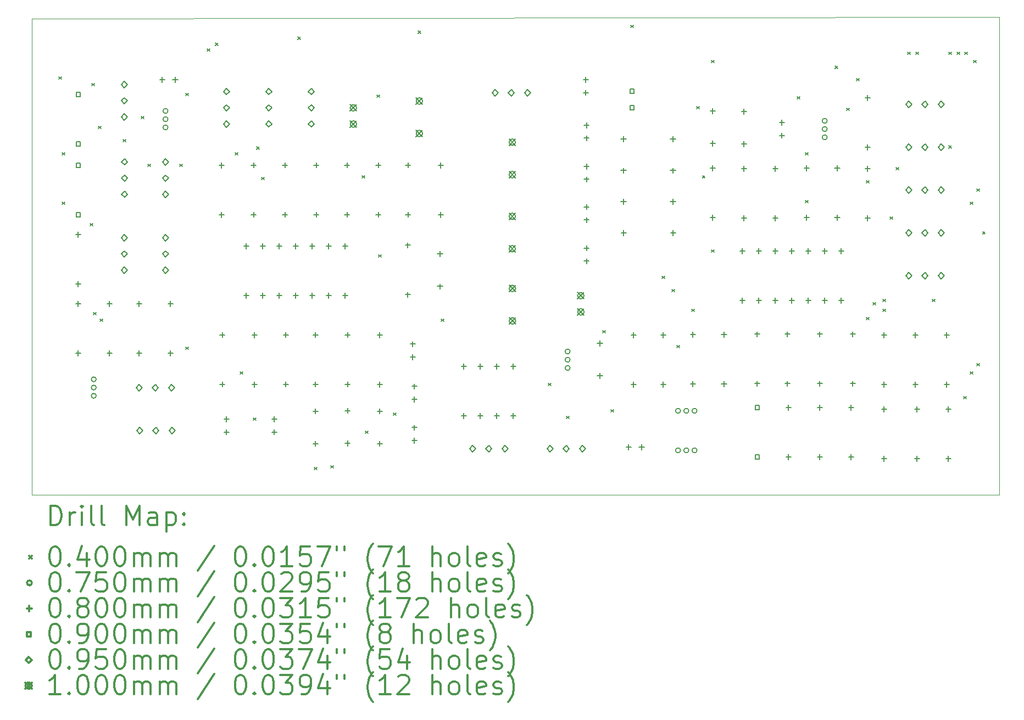
<source format=gbr>
%FSLAX45Y45*%
G04 Gerber Fmt 4.5, Leading zero omitted, Abs format (unit mm)*
G04 Created by KiCad (PCBNEW (5.1.10)-1) date 2022-03-19 16:07:48*
%MOMM*%
%LPD*%
G01*
G04 APERTURE LIST*
%TA.AperFunction,Profile*%
%ADD10C,0.050000*%
%TD*%
%ADD11C,0.200000*%
%ADD12C,0.300000*%
G04 APERTURE END LIST*
D10*
X17449800Y-2489200D02*
X17373600Y-2489200D01*
X17449800Y-9855200D02*
X17449800Y-2489200D01*
X17373600Y-9855200D02*
X17449800Y-9855200D01*
X9118600Y-9855200D02*
X17373600Y-9855200D01*
X17373600Y-2489200D02*
X2540000Y-2514600D01*
X2540000Y-9855200D02*
X9118600Y-9855200D01*
X2540000Y-9652000D02*
X2540000Y-9855200D01*
X2540000Y-2514600D02*
X2540000Y-9652000D01*
D11*
X2951800Y-3409000D02*
X2991800Y-3449000D01*
X2991800Y-3409000D02*
X2951800Y-3449000D01*
X3002600Y-4577400D02*
X3042600Y-4617400D01*
X3042600Y-4577400D02*
X3002600Y-4617400D01*
X3002600Y-5339400D02*
X3042600Y-5379400D01*
X3042600Y-5339400D02*
X3002600Y-5379400D01*
X3434400Y-5669600D02*
X3474400Y-5709600D01*
X3474400Y-5669600D02*
X3434400Y-5709600D01*
X3459800Y-3510600D02*
X3499800Y-3550600D01*
X3499800Y-3510600D02*
X3459800Y-3550600D01*
X3485200Y-7041200D02*
X3525200Y-7081200D01*
X3525200Y-7041200D02*
X3485200Y-7081200D01*
X3561400Y-4171000D02*
X3601400Y-4211000D01*
X3601400Y-4171000D02*
X3561400Y-4211000D01*
X3586800Y-7142800D02*
X3626800Y-7182800D01*
X3626800Y-7142800D02*
X3586800Y-7182800D01*
X3942400Y-4374200D02*
X3982400Y-4414200D01*
X3982400Y-4374200D02*
X3942400Y-4414200D01*
X4221800Y-4018600D02*
X4261800Y-4058600D01*
X4261800Y-4018600D02*
X4221800Y-4058600D01*
X4323400Y-4755200D02*
X4363400Y-4795200D01*
X4363400Y-4755200D02*
X4323400Y-4795200D01*
X4816800Y-4755200D02*
X4856800Y-4795200D01*
X4856800Y-4755200D02*
X4816800Y-4795200D01*
X4907600Y-3663000D02*
X4947600Y-3703000D01*
X4947600Y-3663000D02*
X4907600Y-3703000D01*
X4907600Y-7574600D02*
X4947600Y-7614600D01*
X4947600Y-7574600D02*
X4907600Y-7614600D01*
X5237800Y-2977200D02*
X5277800Y-3017200D01*
X5277800Y-2977200D02*
X5237800Y-3017200D01*
X5364800Y-2886400D02*
X5404800Y-2926400D01*
X5404800Y-2886400D02*
X5364800Y-2926400D01*
X5669600Y-4577400D02*
X5709600Y-4617400D01*
X5709600Y-4577400D02*
X5669600Y-4617400D01*
X5745800Y-7955600D02*
X5785800Y-7995600D01*
X5785800Y-7955600D02*
X5745800Y-7995600D01*
X5949000Y-8666800D02*
X5989000Y-8706800D01*
X5989000Y-8666800D02*
X5949000Y-8706800D01*
X5999800Y-4486600D02*
X6039800Y-4526600D01*
X6039800Y-4486600D02*
X5999800Y-4526600D01*
X6076000Y-4958400D02*
X6116000Y-4998400D01*
X6116000Y-4958400D02*
X6076000Y-4998400D01*
X6634800Y-2795600D02*
X6674800Y-2835600D01*
X6674800Y-2795600D02*
X6634800Y-2835600D01*
X6888800Y-9428800D02*
X6928800Y-9468800D01*
X6928800Y-9428800D02*
X6888800Y-9468800D01*
X7142800Y-9403400D02*
X7182800Y-9443400D01*
X7182800Y-9403400D02*
X7142800Y-9443400D01*
X7625400Y-4933000D02*
X7665400Y-4973000D01*
X7665400Y-4933000D02*
X7625400Y-4973000D01*
X7676200Y-8870000D02*
X7716200Y-8910000D01*
X7716200Y-8870000D02*
X7676200Y-8910000D01*
X7854000Y-3688400D02*
X7894000Y-3728400D01*
X7894000Y-3688400D02*
X7854000Y-3728400D01*
X7879400Y-6152200D02*
X7919400Y-6192200D01*
X7919400Y-6152200D02*
X7879400Y-6192200D01*
X8108000Y-8590600D02*
X8148000Y-8630600D01*
X8148000Y-8590600D02*
X8108000Y-8630600D01*
X8489000Y-2704800D02*
X8529000Y-2744800D01*
X8529000Y-2704800D02*
X8489000Y-2744800D01*
X8844600Y-7142800D02*
X8884600Y-7182800D01*
X8884600Y-7142800D02*
X8844600Y-7182800D01*
X10495600Y-8133400D02*
X10535600Y-8173400D01*
X10535600Y-8133400D02*
X10495600Y-8173400D01*
X10775000Y-8641400D02*
X10815000Y-8681400D01*
X10815000Y-8641400D02*
X10775000Y-8681400D01*
X11333800Y-7320600D02*
X11373800Y-7360600D01*
X11373800Y-7320600D02*
X11333800Y-7360600D01*
X11460800Y-8539800D02*
X11500800Y-8579800D01*
X11500800Y-8539800D02*
X11460800Y-8579800D01*
X11765600Y-2614000D02*
X11805600Y-2654000D01*
X11805600Y-2614000D02*
X11765600Y-2654000D01*
X12248200Y-6482400D02*
X12288200Y-6522400D01*
X12288200Y-6482400D02*
X12248200Y-6522400D01*
X12400600Y-6685600D02*
X12440600Y-6725600D01*
X12440600Y-6685600D02*
X12400600Y-6725600D01*
X12476800Y-7549200D02*
X12516800Y-7589200D01*
X12516800Y-7549200D02*
X12476800Y-7589200D01*
X12705400Y-6990400D02*
X12745400Y-7030400D01*
X12745400Y-6990400D02*
X12705400Y-7030400D01*
X12781600Y-3866200D02*
X12821600Y-3906200D01*
X12821600Y-3866200D02*
X12781600Y-3906200D01*
X12872400Y-4933000D02*
X12912400Y-4973000D01*
X12912400Y-4933000D02*
X12872400Y-4973000D01*
X13010200Y-3155000D02*
X13050200Y-3195000D01*
X13050200Y-3155000D02*
X13010200Y-3195000D01*
X13010200Y-6076000D02*
X13050200Y-6116000D01*
X13050200Y-6076000D02*
X13010200Y-6116000D01*
X14331000Y-3713800D02*
X14371000Y-3753800D01*
X14371000Y-3713800D02*
X14331000Y-3753800D01*
X14458000Y-4577400D02*
X14498000Y-4617400D01*
X14498000Y-4577400D02*
X14458000Y-4617400D01*
X14458000Y-5314000D02*
X14498000Y-5354000D01*
X14498000Y-5314000D02*
X14458000Y-5354000D01*
X14915200Y-3245800D02*
X14955200Y-3285800D01*
X14955200Y-3245800D02*
X14915200Y-3285800D01*
X15093000Y-3891600D02*
X15133000Y-3931600D01*
X15133000Y-3891600D02*
X15093000Y-3931600D01*
X15245400Y-3434400D02*
X15285400Y-3474400D01*
X15285400Y-3434400D02*
X15245400Y-3474400D01*
X15397800Y-5009200D02*
X15437800Y-5049200D01*
X15437800Y-5009200D02*
X15397800Y-5049200D01*
X15397800Y-7117400D02*
X15437800Y-7157400D01*
X15437800Y-7117400D02*
X15397800Y-7157400D01*
X15499400Y-6888800D02*
X15539400Y-6928800D01*
X15539400Y-6888800D02*
X15499400Y-6928800D01*
X15651800Y-6838000D02*
X15691800Y-6878000D01*
X15691800Y-6838000D02*
X15651800Y-6878000D01*
X15651800Y-6990400D02*
X15691800Y-7030400D01*
X15691800Y-6990400D02*
X15651800Y-7030400D01*
X15764200Y-5568000D02*
X15804200Y-5608000D01*
X15804200Y-5568000D02*
X15764200Y-5608000D01*
X15855000Y-4806000D02*
X15895000Y-4846000D01*
X15895000Y-4806000D02*
X15855000Y-4846000D01*
X16032800Y-3028000D02*
X16072800Y-3068000D01*
X16072800Y-3028000D02*
X16032800Y-3068000D01*
X16159800Y-3028000D02*
X16199800Y-3068000D01*
X16199800Y-3028000D02*
X16159800Y-3068000D01*
X16413800Y-6838000D02*
X16453800Y-6878000D01*
X16453800Y-6838000D02*
X16413800Y-6878000D01*
X16667095Y-3028705D02*
X16707095Y-3068705D01*
X16707095Y-3028705D02*
X16667095Y-3068705D01*
X16668601Y-4474999D02*
X16708601Y-4514999D01*
X16708601Y-4474999D02*
X16668601Y-4514999D01*
X16794800Y-3028000D02*
X16834800Y-3068000D01*
X16834800Y-3028000D02*
X16794800Y-3068000D01*
X16900200Y-8336600D02*
X16940200Y-8376600D01*
X16940200Y-8336600D02*
X16900200Y-8376600D01*
X16912900Y-3028000D02*
X16952900Y-3068000D01*
X16952900Y-3028000D02*
X16912900Y-3068000D01*
X16998000Y-5339400D02*
X17038000Y-5379400D01*
X17038000Y-5339400D02*
X16998000Y-5379400D01*
X16998000Y-7955600D02*
X17038000Y-7995600D01*
X17038000Y-7955600D02*
X16998000Y-7995600D01*
X17048800Y-3155000D02*
X17088800Y-3195000D01*
X17088800Y-3155000D02*
X17048800Y-3195000D01*
X17099600Y-5136200D02*
X17139600Y-5176200D01*
X17139600Y-5136200D02*
X17099600Y-5176200D01*
X17099600Y-7828600D02*
X17139600Y-7868600D01*
X17139600Y-7828600D02*
X17099600Y-7868600D01*
X17190400Y-5796600D02*
X17230400Y-5836600D01*
X17230400Y-5796600D02*
X17190400Y-5836600D01*
X3528800Y-8075600D02*
G75*
G03*
X3528800Y-8075600I-37500J0D01*
G01*
X3528800Y-8202600D02*
G75*
G03*
X3528800Y-8202600I-37500J0D01*
G01*
X3528800Y-8329600D02*
G75*
G03*
X3528800Y-8329600I-37500J0D01*
G01*
X4634900Y-3937000D02*
G75*
G03*
X4634900Y-3937000I-37500J0D01*
G01*
X4634900Y-4064000D02*
G75*
G03*
X4634900Y-4064000I-37500J0D01*
G01*
X4634900Y-4191000D02*
G75*
G03*
X4634900Y-4191000I-37500J0D01*
G01*
X10832500Y-7645400D02*
G75*
G03*
X10832500Y-7645400I-37500J0D01*
G01*
X10832500Y-7772400D02*
G75*
G03*
X10832500Y-7772400I-37500J0D01*
G01*
X10832500Y-7899400D02*
G75*
G03*
X10832500Y-7899400I-37500J0D01*
G01*
X12534300Y-8559800D02*
G75*
G03*
X12534300Y-8559800I-37500J0D01*
G01*
X12534300Y-9169400D02*
G75*
G03*
X12534300Y-9169400I-37500J0D01*
G01*
X12661300Y-8559800D02*
G75*
G03*
X12661300Y-8559800I-37500J0D01*
G01*
X12661300Y-9169400D02*
G75*
G03*
X12661300Y-9169400I-37500J0D01*
G01*
X12788300Y-8559800D02*
G75*
G03*
X12788300Y-8559800I-37500J0D01*
G01*
X12788300Y-9169400D02*
G75*
G03*
X12788300Y-9169400I-37500J0D01*
G01*
X14794900Y-4089400D02*
G75*
G03*
X14794900Y-4089400I-37500J0D01*
G01*
X14794900Y-4216400D02*
G75*
G03*
X14794900Y-4216400I-37500J0D01*
G01*
X14794900Y-4343400D02*
G75*
G03*
X14794900Y-4343400I-37500J0D01*
G01*
X3251200Y-5802000D02*
X3251200Y-5882000D01*
X3211200Y-5842000D02*
X3291200Y-5842000D01*
X3251200Y-6564000D02*
X3251200Y-6644000D01*
X3211200Y-6604000D02*
X3291200Y-6604000D01*
X3251200Y-6868800D02*
X3251200Y-6948800D01*
X3211200Y-6908800D02*
X3291200Y-6908800D01*
X3251200Y-7630800D02*
X3251200Y-7710800D01*
X3211200Y-7670800D02*
X3291200Y-7670800D01*
X3733800Y-6868800D02*
X3733800Y-6948800D01*
X3693800Y-6908800D02*
X3773800Y-6908800D01*
X3733800Y-7630800D02*
X3733800Y-7710800D01*
X3693800Y-7670800D02*
X3773800Y-7670800D01*
X4191000Y-6868800D02*
X4191000Y-6948800D01*
X4151000Y-6908800D02*
X4231000Y-6908800D01*
X4191000Y-7630800D02*
X4191000Y-7710800D01*
X4151000Y-7670800D02*
X4231000Y-7670800D01*
X4546600Y-3414400D02*
X4546600Y-3494400D01*
X4506600Y-3454400D02*
X4586600Y-3454400D01*
X4673600Y-6868800D02*
X4673600Y-6948800D01*
X4633600Y-6908800D02*
X4713600Y-6908800D01*
X4673600Y-7630800D02*
X4673600Y-7710800D01*
X4633600Y-7670800D02*
X4713600Y-7670800D01*
X4746600Y-3414400D02*
X4746600Y-3494400D01*
X4706600Y-3454400D02*
X4786600Y-3454400D01*
X5461000Y-4735200D02*
X5461000Y-4815200D01*
X5421000Y-4775200D02*
X5501000Y-4775200D01*
X5461000Y-5497200D02*
X5461000Y-5577200D01*
X5421000Y-5537200D02*
X5501000Y-5537200D01*
X5472500Y-7349800D02*
X5472500Y-7429800D01*
X5432500Y-7389800D02*
X5512500Y-7389800D01*
X5472500Y-8111800D02*
X5472500Y-8191800D01*
X5432500Y-8151800D02*
X5512500Y-8151800D01*
X5537200Y-8646800D02*
X5537200Y-8726800D01*
X5497200Y-8686800D02*
X5577200Y-8686800D01*
X5537200Y-8846800D02*
X5537200Y-8926800D01*
X5497200Y-8886800D02*
X5577200Y-8886800D01*
X5842000Y-5979800D02*
X5842000Y-6059800D01*
X5802000Y-6019800D02*
X5882000Y-6019800D01*
X5842000Y-6741800D02*
X5842000Y-6821800D01*
X5802000Y-6781800D02*
X5882000Y-6781800D01*
X5955100Y-4733600D02*
X5955100Y-4813600D01*
X5915100Y-4773600D02*
X5995100Y-4773600D01*
X5955100Y-5495600D02*
X5955100Y-5575600D01*
X5915100Y-5535600D02*
X5995100Y-5535600D01*
X5969000Y-7351400D02*
X5969000Y-7431400D01*
X5929000Y-7391400D02*
X6009000Y-7391400D01*
X5969000Y-8113400D02*
X5969000Y-8193400D01*
X5929000Y-8153400D02*
X6009000Y-8153400D01*
X6096000Y-5979800D02*
X6096000Y-6059800D01*
X6056000Y-6019800D02*
X6136000Y-6019800D01*
X6096000Y-6741800D02*
X6096000Y-6821800D01*
X6056000Y-6781800D02*
X6136000Y-6781800D01*
X6273800Y-8646800D02*
X6273800Y-8726800D01*
X6233800Y-8686800D02*
X6313800Y-8686800D01*
X6273800Y-8846800D02*
X6273800Y-8926800D01*
X6233800Y-8886800D02*
X6313800Y-8886800D01*
X6350000Y-5979800D02*
X6350000Y-6059800D01*
X6310000Y-6019800D02*
X6390000Y-6019800D01*
X6350000Y-6741800D02*
X6350000Y-6821800D01*
X6310000Y-6781800D02*
X6390000Y-6781800D01*
X6437700Y-4733600D02*
X6437700Y-4813600D01*
X6397700Y-4773600D02*
X6477700Y-4773600D01*
X6437700Y-5495600D02*
X6437700Y-5575600D01*
X6397700Y-5535600D02*
X6477700Y-5535600D01*
X6451600Y-7349800D02*
X6451600Y-7429800D01*
X6411600Y-7389800D02*
X6491600Y-7389800D01*
X6451600Y-8111800D02*
X6451600Y-8191800D01*
X6411600Y-8151800D02*
X6491600Y-8151800D01*
X6604000Y-5979800D02*
X6604000Y-6059800D01*
X6564000Y-6019800D02*
X6644000Y-6019800D01*
X6604000Y-6741800D02*
X6604000Y-6821800D01*
X6564000Y-6781800D02*
X6644000Y-6781800D01*
X6858000Y-5979800D02*
X6858000Y-6059800D01*
X6818000Y-6019800D02*
X6898000Y-6019800D01*
X6858000Y-6741800D02*
X6858000Y-6821800D01*
X6818000Y-6781800D02*
X6898000Y-6781800D01*
X6908800Y-7349800D02*
X6908800Y-7429800D01*
X6868800Y-7389800D02*
X6948800Y-7389800D01*
X6908800Y-8111800D02*
X6908800Y-8191800D01*
X6868800Y-8151800D02*
X6948800Y-8151800D01*
X6908800Y-8526200D02*
X6908800Y-8606200D01*
X6868800Y-8566200D02*
X6948800Y-8566200D01*
X6908800Y-9026200D02*
X6908800Y-9106200D01*
X6868800Y-9066200D02*
X6948800Y-9066200D01*
X6920300Y-4733600D02*
X6920300Y-4813600D01*
X6880300Y-4773600D02*
X6960300Y-4773600D01*
X6920300Y-5495600D02*
X6920300Y-5575600D01*
X6880300Y-5535600D02*
X6960300Y-5535600D01*
X7112000Y-5979800D02*
X7112000Y-6059800D01*
X7072000Y-6019800D02*
X7152000Y-6019800D01*
X7112000Y-6741800D02*
X7112000Y-6821800D01*
X7072000Y-6781800D02*
X7152000Y-6781800D01*
X7366000Y-5979800D02*
X7366000Y-6059800D01*
X7326000Y-6019800D02*
X7406000Y-6019800D01*
X7366000Y-6741800D02*
X7366000Y-6821800D01*
X7326000Y-6781800D02*
X7406000Y-6781800D01*
X7395280Y-4733600D02*
X7395280Y-4813600D01*
X7355280Y-4773600D02*
X7435280Y-4773600D01*
X7395280Y-5495600D02*
X7395280Y-5575600D01*
X7355280Y-5535600D02*
X7435280Y-5535600D01*
X7402900Y-7349800D02*
X7402900Y-7429800D01*
X7362900Y-7389800D02*
X7442900Y-7389800D01*
X7402900Y-8111800D02*
X7402900Y-8191800D01*
X7362900Y-8151800D02*
X7442900Y-8151800D01*
X7402900Y-8518200D02*
X7402900Y-8598200D01*
X7362900Y-8558200D02*
X7442900Y-8558200D01*
X7402900Y-9018200D02*
X7402900Y-9098200D01*
X7362900Y-9058200D02*
X7442900Y-9058200D01*
X7877880Y-4733600D02*
X7877880Y-4813600D01*
X7837880Y-4773600D02*
X7917880Y-4773600D01*
X7877880Y-5495600D02*
X7877880Y-5575600D01*
X7837880Y-5535600D02*
X7917880Y-5535600D01*
X7899400Y-7351400D02*
X7899400Y-7431400D01*
X7859400Y-7391400D02*
X7939400Y-7391400D01*
X7899400Y-8113400D02*
X7899400Y-8193400D01*
X7859400Y-8153400D02*
X7939400Y-8153400D01*
X7899400Y-8526200D02*
X7899400Y-8606200D01*
X7859400Y-8566200D02*
X7939400Y-8566200D01*
X7899400Y-9026200D02*
X7899400Y-9106200D01*
X7859400Y-9066200D02*
X7939400Y-9066200D01*
X8331200Y-5965600D02*
X8331200Y-6045600D01*
X8291200Y-6005600D02*
X8371200Y-6005600D01*
X8331200Y-6727600D02*
X8331200Y-6807600D01*
X8291200Y-6767600D02*
X8371200Y-6767600D01*
X8335080Y-4733600D02*
X8335080Y-4813600D01*
X8295080Y-4773600D02*
X8375080Y-4773600D01*
X8335080Y-5495600D02*
X8335080Y-5575600D01*
X8295080Y-5535600D02*
X8375080Y-5535600D01*
X8407400Y-7489600D02*
X8407400Y-7569600D01*
X8367400Y-7529600D02*
X8447400Y-7529600D01*
X8407400Y-7689600D02*
X8407400Y-7769600D01*
X8367400Y-7729600D02*
X8447400Y-7729600D01*
X8432800Y-8142000D02*
X8432800Y-8222000D01*
X8392800Y-8182000D02*
X8472800Y-8182000D01*
X8432800Y-8342000D02*
X8432800Y-8422000D01*
X8392800Y-8382000D02*
X8472800Y-8382000D01*
X8432800Y-8777000D02*
X8432800Y-8857000D01*
X8392800Y-8817000D02*
X8472800Y-8817000D01*
X8432800Y-8977000D02*
X8432800Y-9057000D01*
X8392800Y-9017000D02*
X8472800Y-9017000D01*
X8826900Y-6100600D02*
X8826900Y-6180600D01*
X8786900Y-6140600D02*
X8866900Y-6140600D01*
X8826900Y-6600600D02*
X8826900Y-6680600D01*
X8786900Y-6640600D02*
X8866900Y-6640600D01*
X8839200Y-4735200D02*
X8839200Y-4815200D01*
X8799200Y-4775200D02*
X8879200Y-4775200D01*
X8839200Y-5497200D02*
X8839200Y-5577200D01*
X8799200Y-5537200D02*
X8879200Y-5537200D01*
X9194800Y-7834000D02*
X9194800Y-7914000D01*
X9154800Y-7874000D02*
X9234800Y-7874000D01*
X9194800Y-8596000D02*
X9194800Y-8676000D01*
X9154800Y-8636000D02*
X9234800Y-8636000D01*
X9448800Y-7834000D02*
X9448800Y-7914000D01*
X9408800Y-7874000D02*
X9488800Y-7874000D01*
X9448800Y-8596000D02*
X9448800Y-8676000D01*
X9408800Y-8636000D02*
X9488800Y-8636000D01*
X9702800Y-7834000D02*
X9702800Y-7914000D01*
X9662800Y-7874000D02*
X9742800Y-7874000D01*
X9702800Y-8596000D02*
X9702800Y-8676000D01*
X9662800Y-8636000D02*
X9742800Y-8636000D01*
X9956800Y-7834000D02*
X9956800Y-7914000D01*
X9916800Y-7874000D02*
X9996800Y-7874000D01*
X9956800Y-8596000D02*
X9956800Y-8676000D01*
X9916800Y-8636000D02*
X9996800Y-8636000D01*
X11074400Y-3414400D02*
X11074400Y-3494400D01*
X11034400Y-3454400D02*
X11114400Y-3454400D01*
X11074400Y-3614400D02*
X11074400Y-3694400D01*
X11034400Y-3654400D02*
X11114400Y-3654400D01*
X11084960Y-4116480D02*
X11084960Y-4196480D01*
X11044960Y-4156480D02*
X11124960Y-4156480D01*
X11084960Y-4316480D02*
X11084960Y-4396480D01*
X11044960Y-4356480D02*
X11124960Y-4356480D01*
X11084960Y-4751480D02*
X11084960Y-4831480D01*
X11044960Y-4791480D02*
X11124960Y-4791480D01*
X11084960Y-4951480D02*
X11084960Y-5031480D01*
X11044960Y-4991480D02*
X11124960Y-4991480D01*
X11084960Y-5376980D02*
X11084960Y-5456980D01*
X11044960Y-5416980D02*
X11124960Y-5416980D01*
X11084960Y-5576980D02*
X11084960Y-5656980D01*
X11044960Y-5616980D02*
X11124960Y-5616980D01*
X11084960Y-6011980D02*
X11084960Y-6091980D01*
X11044960Y-6051980D02*
X11124960Y-6051980D01*
X11084960Y-6211980D02*
X11084960Y-6291980D01*
X11044960Y-6251980D02*
X11124960Y-6251980D01*
X11290700Y-7478400D02*
X11290700Y-7558400D01*
X11250700Y-7518400D02*
X11330700Y-7518400D01*
X11290700Y-7978400D02*
X11290700Y-8058400D01*
X11250700Y-8018400D02*
X11330700Y-8018400D01*
X11656460Y-4328800D02*
X11656460Y-4408800D01*
X11616460Y-4368800D02*
X11696460Y-4368800D01*
X11656460Y-4814980D02*
X11656460Y-4894980D01*
X11616460Y-4854980D02*
X11696460Y-4854980D01*
X11656460Y-5294000D02*
X11656460Y-5374000D01*
X11616460Y-5334000D02*
X11696460Y-5334000D01*
X11658600Y-5776600D02*
X11658600Y-5856600D01*
X11618600Y-5816600D02*
X11698600Y-5816600D01*
X11734800Y-9078600D02*
X11734800Y-9158600D01*
X11694800Y-9118600D02*
X11774800Y-9118600D01*
X11811000Y-7351400D02*
X11811000Y-7431400D01*
X11771000Y-7391400D02*
X11851000Y-7391400D01*
X11811000Y-8113400D02*
X11811000Y-8193400D01*
X11771000Y-8153400D02*
X11851000Y-8153400D01*
X11934800Y-9078600D02*
X11934800Y-9158600D01*
X11894800Y-9118600D02*
X11974800Y-9118600D01*
X12268200Y-7351400D02*
X12268200Y-7431400D01*
X12228200Y-7391400D02*
X12308200Y-7391400D01*
X12268200Y-8113400D02*
X12268200Y-8193400D01*
X12228200Y-8153400D02*
X12308200Y-8153400D01*
X12418460Y-4328800D02*
X12418460Y-4408800D01*
X12378460Y-4368800D02*
X12458460Y-4368800D01*
X12418460Y-4814980D02*
X12418460Y-4894980D01*
X12378460Y-4854980D02*
X12458460Y-4854980D01*
X12418460Y-5294000D02*
X12418460Y-5374000D01*
X12378460Y-5334000D02*
X12458460Y-5334000D01*
X12420600Y-5776600D02*
X12420600Y-5856600D01*
X12380600Y-5816600D02*
X12460600Y-5816600D01*
X12725400Y-7342280D02*
X12725400Y-7422280D01*
X12685400Y-7382280D02*
X12765400Y-7382280D01*
X12725400Y-8104280D02*
X12725400Y-8184280D01*
X12685400Y-8144280D02*
X12765400Y-8144280D01*
X13030200Y-3897000D02*
X13030200Y-3977000D01*
X12990200Y-3937000D02*
X13070200Y-3937000D01*
X13030200Y-4397000D02*
X13030200Y-4477000D01*
X12990200Y-4437000D02*
X13070200Y-4437000D01*
X13030200Y-4776880D02*
X13030200Y-4856880D01*
X12990200Y-4816880D02*
X13070200Y-4816880D01*
X13030200Y-5538880D02*
X13030200Y-5618880D01*
X12990200Y-5578880D02*
X13070200Y-5578880D01*
X13205860Y-7342280D02*
X13205860Y-7422280D01*
X13165860Y-7382280D02*
X13245860Y-7382280D01*
X13205860Y-8104280D02*
X13205860Y-8184280D01*
X13165860Y-8144280D02*
X13245860Y-8144280D01*
X13487400Y-6056000D02*
X13487400Y-6136000D01*
X13447400Y-6096000D02*
X13527400Y-6096000D01*
X13487400Y-6818000D02*
X13487400Y-6898000D01*
X13447400Y-6858000D02*
X13527400Y-6858000D01*
X13512800Y-3905000D02*
X13512800Y-3985000D01*
X13472800Y-3945000D02*
X13552800Y-3945000D01*
X13512800Y-4405000D02*
X13512800Y-4485000D01*
X13472800Y-4445000D02*
X13552800Y-4445000D01*
X13512800Y-4786000D02*
X13512800Y-4866000D01*
X13472800Y-4826000D02*
X13552800Y-4826000D01*
X13512800Y-5548000D02*
X13512800Y-5628000D01*
X13472800Y-5588000D02*
X13552800Y-5588000D01*
X13716000Y-7338300D02*
X13716000Y-7418300D01*
X13676000Y-7378300D02*
X13756000Y-7378300D01*
X13716000Y-8100300D02*
X13716000Y-8180300D01*
X13676000Y-8140300D02*
X13756000Y-8140300D01*
X13741400Y-6056000D02*
X13741400Y-6136000D01*
X13701400Y-6096000D02*
X13781400Y-6096000D01*
X13741400Y-6818000D02*
X13741400Y-6898000D01*
X13701400Y-6858000D02*
X13781400Y-6858000D01*
X13995400Y-4786000D02*
X13995400Y-4866000D01*
X13955400Y-4826000D02*
X14035400Y-4826000D01*
X13995400Y-5548000D02*
X13995400Y-5628000D01*
X13955400Y-5588000D02*
X14035400Y-5588000D01*
X13995400Y-6056000D02*
X13995400Y-6136000D01*
X13955400Y-6096000D02*
X14035400Y-6096000D01*
X13995400Y-6818000D02*
X13995400Y-6898000D01*
X13955400Y-6858000D02*
X14035400Y-6858000D01*
X14097000Y-4074800D02*
X14097000Y-4154800D01*
X14057000Y-4114800D02*
X14137000Y-4114800D01*
X14097000Y-4274800D02*
X14097000Y-4354800D01*
X14057000Y-4314800D02*
X14137000Y-4314800D01*
X14181860Y-7338300D02*
X14181860Y-7418300D01*
X14141860Y-7378300D02*
X14221860Y-7378300D01*
X14181860Y-8100300D02*
X14181860Y-8180300D01*
X14141860Y-8140300D02*
X14221860Y-8140300D01*
X14198600Y-8469000D02*
X14198600Y-8549000D01*
X14158600Y-8509000D02*
X14238600Y-8509000D01*
X14198600Y-9231000D02*
X14198600Y-9311000D01*
X14158600Y-9271000D02*
X14238600Y-9271000D01*
X14249400Y-6056000D02*
X14249400Y-6136000D01*
X14209400Y-6096000D02*
X14289400Y-6096000D01*
X14249400Y-6818000D02*
X14249400Y-6898000D01*
X14209400Y-6858000D02*
X14289400Y-6858000D01*
X14478000Y-4776880D02*
X14478000Y-4856880D01*
X14438000Y-4816880D02*
X14518000Y-4816880D01*
X14478000Y-5538880D02*
X14478000Y-5618880D01*
X14438000Y-5578880D02*
X14518000Y-5578880D01*
X14503400Y-6056000D02*
X14503400Y-6136000D01*
X14463400Y-6096000D02*
X14543400Y-6096000D01*
X14503400Y-6818000D02*
X14503400Y-6898000D01*
X14463400Y-6858000D02*
X14543400Y-6858000D01*
X14681200Y-7338300D02*
X14681200Y-7418300D01*
X14641200Y-7378300D02*
X14721200Y-7378300D01*
X14681200Y-8100300D02*
X14681200Y-8180300D01*
X14641200Y-8140300D02*
X14721200Y-8140300D01*
X14681200Y-8469000D02*
X14681200Y-8549000D01*
X14641200Y-8509000D02*
X14721200Y-8509000D01*
X14681200Y-9231000D02*
X14681200Y-9311000D01*
X14641200Y-9271000D02*
X14721200Y-9271000D01*
X14757400Y-6056000D02*
X14757400Y-6136000D01*
X14717400Y-6096000D02*
X14797400Y-6096000D01*
X14757400Y-6818000D02*
X14757400Y-6898000D01*
X14717400Y-6858000D02*
X14797400Y-6858000D01*
X14948300Y-4776880D02*
X14948300Y-4856880D01*
X14908300Y-4816880D02*
X14988300Y-4816880D01*
X14948300Y-5538880D02*
X14948300Y-5618880D01*
X14908300Y-5578880D02*
X14988300Y-5578880D01*
X15011400Y-6056000D02*
X15011400Y-6136000D01*
X14971400Y-6096000D02*
X15051400Y-6096000D01*
X15011400Y-6818000D02*
X15011400Y-6898000D01*
X14971400Y-6858000D02*
X15051400Y-6858000D01*
X15163800Y-8469000D02*
X15163800Y-8549000D01*
X15123800Y-8509000D02*
X15203800Y-8509000D01*
X15163800Y-9231000D02*
X15163800Y-9311000D01*
X15123800Y-9271000D02*
X15203800Y-9271000D01*
X15189200Y-7338300D02*
X15189200Y-7418300D01*
X15149200Y-7378300D02*
X15229200Y-7378300D01*
X15189200Y-8100300D02*
X15189200Y-8180300D01*
X15149200Y-8140300D02*
X15229200Y-8140300D01*
X15417800Y-3693800D02*
X15417800Y-3773800D01*
X15377800Y-3733800D02*
X15457800Y-3733800D01*
X15417800Y-4455800D02*
X15417800Y-4535800D01*
X15377800Y-4495800D02*
X15457800Y-4495800D01*
X15417800Y-4786000D02*
X15417800Y-4866000D01*
X15377800Y-4826000D02*
X15457800Y-4826000D01*
X15417800Y-5548000D02*
X15417800Y-5628000D01*
X15377800Y-5588000D02*
X15457800Y-5588000D01*
X15671800Y-7351400D02*
X15671800Y-7431400D01*
X15631800Y-7391400D02*
X15711800Y-7391400D01*
X15671800Y-8113400D02*
X15671800Y-8193400D01*
X15631800Y-8153400D02*
X15711800Y-8153400D01*
X15671800Y-8494400D02*
X15671800Y-8574400D01*
X15631800Y-8534400D02*
X15711800Y-8534400D01*
X15671800Y-9256400D02*
X15671800Y-9336400D01*
X15631800Y-9296400D02*
X15711800Y-9296400D01*
X16154400Y-7351400D02*
X16154400Y-7431400D01*
X16114400Y-7391400D02*
X16194400Y-7391400D01*
X16154400Y-8113400D02*
X16154400Y-8193400D01*
X16114400Y-8153400D02*
X16194400Y-8153400D01*
X16179800Y-8494400D02*
X16179800Y-8574400D01*
X16139800Y-8534400D02*
X16219800Y-8534400D01*
X16179800Y-9256400D02*
X16179800Y-9336400D01*
X16139800Y-9296400D02*
X16219800Y-9296400D01*
X16637000Y-7351400D02*
X16637000Y-7431400D01*
X16597000Y-7391400D02*
X16677000Y-7391400D01*
X16637000Y-8113400D02*
X16637000Y-8193400D01*
X16597000Y-8153400D02*
X16677000Y-8153400D01*
X16662400Y-8494400D02*
X16662400Y-8574400D01*
X16622400Y-8534400D02*
X16702400Y-8534400D01*
X16662400Y-9256400D02*
X16662400Y-9336400D01*
X16622400Y-9296400D02*
X16702400Y-9296400D01*
X3283020Y-3714820D02*
X3283020Y-3651180D01*
X3219380Y-3651180D01*
X3219380Y-3714820D01*
X3283020Y-3714820D01*
X3283020Y-4476820D02*
X3283020Y-4413180D01*
X3219380Y-4413180D01*
X3219380Y-4476820D01*
X3283020Y-4476820D01*
X3283020Y-4807020D02*
X3283020Y-4743380D01*
X3219380Y-4743380D01*
X3219380Y-4807020D01*
X3283020Y-4807020D01*
X3283020Y-5569020D02*
X3283020Y-5505380D01*
X3219380Y-5505380D01*
X3219380Y-5569020D01*
X3283020Y-5569020D01*
X11817420Y-3664020D02*
X11817420Y-3600380D01*
X11753780Y-3600380D01*
X11753780Y-3664020D01*
X11817420Y-3664020D01*
X11817420Y-3918020D02*
X11817420Y-3854380D01*
X11753780Y-3854380D01*
X11753780Y-3918020D01*
X11817420Y-3918020D01*
X13747820Y-8540820D02*
X13747820Y-8477180D01*
X13684180Y-8477180D01*
X13684180Y-8540820D01*
X13747820Y-8540820D01*
X13747820Y-9302820D02*
X13747820Y-9239180D01*
X13684180Y-9239180D01*
X13684180Y-9302820D01*
X13747820Y-9302820D01*
X3962400Y-3578100D02*
X4009900Y-3530600D01*
X3962400Y-3483100D01*
X3914900Y-3530600D01*
X3962400Y-3578100D01*
X3962400Y-3828100D02*
X4009900Y-3780600D01*
X3962400Y-3733100D01*
X3914900Y-3780600D01*
X3962400Y-3828100D01*
X3962400Y-4078100D02*
X4009900Y-4030600D01*
X3962400Y-3983100D01*
X3914900Y-4030600D01*
X3962400Y-4078100D01*
X3962400Y-5940300D02*
X4009900Y-5892800D01*
X3962400Y-5845300D01*
X3914900Y-5892800D01*
X3962400Y-5940300D01*
X3962400Y-6190300D02*
X4009900Y-6142800D01*
X3962400Y-6095300D01*
X3914900Y-6142800D01*
X3962400Y-6190300D01*
X3962400Y-6440300D02*
X4009900Y-6392800D01*
X3962400Y-6345300D01*
X3914900Y-6392800D01*
X3962400Y-6440300D01*
X3966280Y-4770300D02*
X4013780Y-4722800D01*
X3966280Y-4675300D01*
X3918780Y-4722800D01*
X3966280Y-4770300D01*
X3966280Y-5020300D02*
X4013780Y-4972800D01*
X3966280Y-4925300D01*
X3918780Y-4972800D01*
X3966280Y-5020300D01*
X3966280Y-5270300D02*
X4013780Y-5222800D01*
X3966280Y-5175300D01*
X3918780Y-5222800D01*
X3966280Y-5270300D01*
X4190180Y-8251700D02*
X4237680Y-8204200D01*
X4190180Y-8156700D01*
X4142680Y-8204200D01*
X4190180Y-8251700D01*
X4199000Y-8912100D02*
X4246500Y-8864600D01*
X4199000Y-8817100D01*
X4151500Y-8864600D01*
X4199000Y-8912100D01*
X4440180Y-8251700D02*
X4487680Y-8204200D01*
X4440180Y-8156700D01*
X4392680Y-8204200D01*
X4440180Y-8251700D01*
X4449000Y-8912100D02*
X4496500Y-8864600D01*
X4449000Y-8817100D01*
X4401500Y-8864600D01*
X4449000Y-8912100D01*
X4597400Y-4771900D02*
X4644900Y-4724400D01*
X4597400Y-4676900D01*
X4549900Y-4724400D01*
X4597400Y-4771900D01*
X4597400Y-5021900D02*
X4644900Y-4974400D01*
X4597400Y-4926900D01*
X4549900Y-4974400D01*
X4597400Y-5021900D01*
X4597400Y-5271900D02*
X4644900Y-5224400D01*
X4597400Y-5176900D01*
X4549900Y-5224400D01*
X4597400Y-5271900D01*
X4597400Y-5940300D02*
X4644900Y-5892800D01*
X4597400Y-5845300D01*
X4549900Y-5892800D01*
X4597400Y-5940300D01*
X4597400Y-6190300D02*
X4644900Y-6142800D01*
X4597400Y-6095300D01*
X4549900Y-6142800D01*
X4597400Y-6190300D01*
X4597400Y-6440300D02*
X4644900Y-6392800D01*
X4597400Y-6345300D01*
X4549900Y-6392800D01*
X4597400Y-6440300D01*
X4690180Y-8251700D02*
X4737680Y-8204200D01*
X4690180Y-8156700D01*
X4642680Y-8204200D01*
X4690180Y-8251700D01*
X4699000Y-8912100D02*
X4746500Y-8864600D01*
X4699000Y-8817100D01*
X4651500Y-8864600D01*
X4699000Y-8912100D01*
X5537200Y-3687700D02*
X5584700Y-3640200D01*
X5537200Y-3592700D01*
X5489700Y-3640200D01*
X5537200Y-3687700D01*
X5537200Y-3937700D02*
X5584700Y-3890200D01*
X5537200Y-3842700D01*
X5489700Y-3890200D01*
X5537200Y-3937700D01*
X5537200Y-4187700D02*
X5584700Y-4140200D01*
X5537200Y-4092700D01*
X5489700Y-4140200D01*
X5537200Y-4187700D01*
X6188780Y-3686100D02*
X6236280Y-3638600D01*
X6188780Y-3591100D01*
X6141280Y-3638600D01*
X6188780Y-3686100D01*
X6188780Y-3936100D02*
X6236280Y-3888600D01*
X6188780Y-3841100D01*
X6141280Y-3888600D01*
X6188780Y-3936100D01*
X6188780Y-4186100D02*
X6236280Y-4138600D01*
X6188780Y-4091100D01*
X6141280Y-4138600D01*
X6188780Y-4186100D01*
X6844100Y-3686100D02*
X6891600Y-3638600D01*
X6844100Y-3591100D01*
X6796600Y-3638600D01*
X6844100Y-3686100D01*
X6844100Y-3936100D02*
X6891600Y-3888600D01*
X6844100Y-3841100D01*
X6796600Y-3888600D01*
X6844100Y-3936100D01*
X6844100Y-4186100D02*
X6891600Y-4138600D01*
X6844100Y-4091100D01*
X6796600Y-4138600D01*
X6844100Y-4186100D01*
X9329800Y-9191500D02*
X9377300Y-9144000D01*
X9329800Y-9096500D01*
X9282300Y-9144000D01*
X9329800Y-9191500D01*
X9579800Y-9191500D02*
X9627300Y-9144000D01*
X9579800Y-9096500D01*
X9532300Y-9144000D01*
X9579800Y-9191500D01*
X9677400Y-3705100D02*
X9724900Y-3657600D01*
X9677400Y-3610100D01*
X9629900Y-3657600D01*
X9677400Y-3705100D01*
X9829800Y-9191500D02*
X9877300Y-9144000D01*
X9829800Y-9096500D01*
X9782300Y-9144000D01*
X9829800Y-9191500D01*
X9927400Y-3705100D02*
X9974900Y-3657600D01*
X9927400Y-3610100D01*
X9879900Y-3657600D01*
X9927400Y-3705100D01*
X10177400Y-3705100D02*
X10224900Y-3657600D01*
X10177400Y-3610100D01*
X10129900Y-3657600D01*
X10177400Y-3705100D01*
X10523600Y-9191500D02*
X10571100Y-9144000D01*
X10523600Y-9096500D01*
X10476100Y-9144000D01*
X10523600Y-9191500D01*
X10773600Y-9191500D02*
X10821100Y-9144000D01*
X10773600Y-9096500D01*
X10726100Y-9144000D01*
X10773600Y-9191500D01*
X11023600Y-9191500D02*
X11071100Y-9144000D01*
X11023600Y-9096500D01*
X10976100Y-9144000D01*
X11023600Y-9191500D01*
X16052800Y-3882900D02*
X16100300Y-3835400D01*
X16052800Y-3787900D01*
X16005300Y-3835400D01*
X16052800Y-3882900D01*
X16052800Y-4543300D02*
X16100300Y-4495800D01*
X16052800Y-4448300D01*
X16005300Y-4495800D01*
X16052800Y-4543300D01*
X16052800Y-5203700D02*
X16100300Y-5156200D01*
X16052800Y-5108700D01*
X16005300Y-5156200D01*
X16052800Y-5203700D01*
X16052800Y-5864100D02*
X16100300Y-5816600D01*
X16052800Y-5769100D01*
X16005300Y-5816600D01*
X16052800Y-5864100D01*
X16052800Y-6524500D02*
X16100300Y-6477000D01*
X16052800Y-6429500D01*
X16005300Y-6477000D01*
X16052800Y-6524500D01*
X16302800Y-3882900D02*
X16350300Y-3835400D01*
X16302800Y-3787900D01*
X16255300Y-3835400D01*
X16302800Y-3882900D01*
X16302800Y-4543300D02*
X16350300Y-4495800D01*
X16302800Y-4448300D01*
X16255300Y-4495800D01*
X16302800Y-4543300D01*
X16302800Y-5203700D02*
X16350300Y-5156200D01*
X16302800Y-5108700D01*
X16255300Y-5156200D01*
X16302800Y-5203700D01*
X16302800Y-5864100D02*
X16350300Y-5816600D01*
X16302800Y-5769100D01*
X16255300Y-5816600D01*
X16302800Y-5864100D01*
X16302800Y-6524500D02*
X16350300Y-6477000D01*
X16302800Y-6429500D01*
X16255300Y-6477000D01*
X16302800Y-6524500D01*
X16552800Y-3882900D02*
X16600300Y-3835400D01*
X16552800Y-3787900D01*
X16505300Y-3835400D01*
X16552800Y-3882900D01*
X16552800Y-4543300D02*
X16600300Y-4495800D01*
X16552800Y-4448300D01*
X16505300Y-4495800D01*
X16552800Y-4543300D01*
X16552800Y-5203700D02*
X16600300Y-5156200D01*
X16552800Y-5108700D01*
X16505300Y-5156200D01*
X16552800Y-5203700D01*
X16552800Y-5864100D02*
X16600300Y-5816600D01*
X16552800Y-5769100D01*
X16505300Y-5816600D01*
X16552800Y-5864100D01*
X16552800Y-6524500D02*
X16600300Y-6477000D01*
X16552800Y-6429500D01*
X16505300Y-6477000D01*
X16552800Y-6524500D01*
X7443000Y-3840200D02*
X7543000Y-3940200D01*
X7543000Y-3840200D02*
X7443000Y-3940200D01*
X7543000Y-3890200D02*
G75*
G03*
X7543000Y-3890200I-50000J0D01*
G01*
X7443000Y-4090200D02*
X7543000Y-4190200D01*
X7543000Y-4090200D02*
X7443000Y-4190200D01*
X7543000Y-4140200D02*
G75*
G03*
X7543000Y-4140200I-50000J0D01*
G01*
X8459000Y-3734600D02*
X8559000Y-3834600D01*
X8559000Y-3734600D02*
X8459000Y-3834600D01*
X8559000Y-3784600D02*
G75*
G03*
X8559000Y-3784600I-50000J0D01*
G01*
X8459000Y-4234600D02*
X8559000Y-4334600D01*
X8559000Y-4234600D02*
X8459000Y-4334600D01*
X8559000Y-4284600D02*
G75*
G03*
X8559000Y-4284600I-50000J0D01*
G01*
X9891960Y-4369600D02*
X9991960Y-4469600D01*
X9991960Y-4369600D02*
X9891960Y-4469600D01*
X9991960Y-4419600D02*
G75*
G03*
X9991960Y-4419600I-50000J0D01*
G01*
X9891960Y-4869600D02*
X9991960Y-4969600D01*
X9991960Y-4869600D02*
X9891960Y-4969600D01*
X9991960Y-4919600D02*
G75*
G03*
X9991960Y-4919600I-50000J0D01*
G01*
X9891960Y-5511480D02*
X9991960Y-5611480D01*
X9991960Y-5511480D02*
X9891960Y-5611480D01*
X9991960Y-5561480D02*
G75*
G03*
X9991960Y-5561480I-50000J0D01*
G01*
X9891960Y-6011480D02*
X9991960Y-6111480D01*
X9991960Y-6011480D02*
X9891960Y-6111480D01*
X9991960Y-6061480D02*
G75*
G03*
X9991960Y-6061480I-50000J0D01*
G01*
X9894500Y-6624000D02*
X9994500Y-6724000D01*
X9994500Y-6624000D02*
X9894500Y-6724000D01*
X9994500Y-6674000D02*
G75*
G03*
X9994500Y-6674000I-50000J0D01*
G01*
X9894500Y-7124000D02*
X9994500Y-7224000D01*
X9994500Y-7124000D02*
X9894500Y-7224000D01*
X9994500Y-7174000D02*
G75*
G03*
X9994500Y-7174000I-50000J0D01*
G01*
X10948200Y-6735800D02*
X11048200Y-6835800D01*
X11048200Y-6735800D02*
X10948200Y-6835800D01*
X11048200Y-6785800D02*
G75*
G03*
X11048200Y-6785800I-50000J0D01*
G01*
X10948200Y-6985800D02*
X11048200Y-7085800D01*
X11048200Y-6985800D02*
X10948200Y-7085800D01*
X11048200Y-7035800D02*
G75*
G03*
X11048200Y-7035800I-50000J0D01*
G01*
D12*
X2823928Y-10323414D02*
X2823928Y-10023414D01*
X2895357Y-10023414D01*
X2938214Y-10037700D01*
X2966786Y-10066272D01*
X2981071Y-10094843D01*
X2995357Y-10151986D01*
X2995357Y-10194843D01*
X2981071Y-10251986D01*
X2966786Y-10280557D01*
X2938214Y-10309129D01*
X2895357Y-10323414D01*
X2823928Y-10323414D01*
X3123928Y-10323414D02*
X3123928Y-10123414D01*
X3123928Y-10180557D02*
X3138214Y-10151986D01*
X3152500Y-10137700D01*
X3181071Y-10123414D01*
X3209643Y-10123414D01*
X3309643Y-10323414D02*
X3309643Y-10123414D01*
X3309643Y-10023414D02*
X3295357Y-10037700D01*
X3309643Y-10051986D01*
X3323928Y-10037700D01*
X3309643Y-10023414D01*
X3309643Y-10051986D01*
X3495357Y-10323414D02*
X3466786Y-10309129D01*
X3452500Y-10280557D01*
X3452500Y-10023414D01*
X3652500Y-10323414D02*
X3623928Y-10309129D01*
X3609643Y-10280557D01*
X3609643Y-10023414D01*
X3995357Y-10323414D02*
X3995357Y-10023414D01*
X4095357Y-10237700D01*
X4195357Y-10023414D01*
X4195357Y-10323414D01*
X4466786Y-10323414D02*
X4466786Y-10166272D01*
X4452500Y-10137700D01*
X4423928Y-10123414D01*
X4366786Y-10123414D01*
X4338214Y-10137700D01*
X4466786Y-10309129D02*
X4438214Y-10323414D01*
X4366786Y-10323414D01*
X4338214Y-10309129D01*
X4323928Y-10280557D01*
X4323928Y-10251986D01*
X4338214Y-10223414D01*
X4366786Y-10209129D01*
X4438214Y-10209129D01*
X4466786Y-10194843D01*
X4609643Y-10123414D02*
X4609643Y-10423414D01*
X4609643Y-10137700D02*
X4638214Y-10123414D01*
X4695357Y-10123414D01*
X4723928Y-10137700D01*
X4738214Y-10151986D01*
X4752500Y-10180557D01*
X4752500Y-10266272D01*
X4738214Y-10294843D01*
X4723928Y-10309129D01*
X4695357Y-10323414D01*
X4638214Y-10323414D01*
X4609643Y-10309129D01*
X4881071Y-10294843D02*
X4895357Y-10309129D01*
X4881071Y-10323414D01*
X4866786Y-10309129D01*
X4881071Y-10294843D01*
X4881071Y-10323414D01*
X4881071Y-10137700D02*
X4895357Y-10151986D01*
X4881071Y-10166272D01*
X4866786Y-10151986D01*
X4881071Y-10137700D01*
X4881071Y-10166272D01*
X2497500Y-10797700D02*
X2537500Y-10837700D01*
X2537500Y-10797700D02*
X2497500Y-10837700D01*
X2881071Y-10653414D02*
X2909643Y-10653414D01*
X2938214Y-10667700D01*
X2952500Y-10681986D01*
X2966786Y-10710557D01*
X2981071Y-10767700D01*
X2981071Y-10839129D01*
X2966786Y-10896272D01*
X2952500Y-10924843D01*
X2938214Y-10939129D01*
X2909643Y-10953414D01*
X2881071Y-10953414D01*
X2852500Y-10939129D01*
X2838214Y-10924843D01*
X2823928Y-10896272D01*
X2809643Y-10839129D01*
X2809643Y-10767700D01*
X2823928Y-10710557D01*
X2838214Y-10681986D01*
X2852500Y-10667700D01*
X2881071Y-10653414D01*
X3109643Y-10924843D02*
X3123928Y-10939129D01*
X3109643Y-10953414D01*
X3095357Y-10939129D01*
X3109643Y-10924843D01*
X3109643Y-10953414D01*
X3381071Y-10753414D02*
X3381071Y-10953414D01*
X3309643Y-10639129D02*
X3238214Y-10853414D01*
X3423928Y-10853414D01*
X3595357Y-10653414D02*
X3623928Y-10653414D01*
X3652500Y-10667700D01*
X3666786Y-10681986D01*
X3681071Y-10710557D01*
X3695357Y-10767700D01*
X3695357Y-10839129D01*
X3681071Y-10896272D01*
X3666786Y-10924843D01*
X3652500Y-10939129D01*
X3623928Y-10953414D01*
X3595357Y-10953414D01*
X3566786Y-10939129D01*
X3552500Y-10924843D01*
X3538214Y-10896272D01*
X3523928Y-10839129D01*
X3523928Y-10767700D01*
X3538214Y-10710557D01*
X3552500Y-10681986D01*
X3566786Y-10667700D01*
X3595357Y-10653414D01*
X3881071Y-10653414D02*
X3909643Y-10653414D01*
X3938214Y-10667700D01*
X3952500Y-10681986D01*
X3966786Y-10710557D01*
X3981071Y-10767700D01*
X3981071Y-10839129D01*
X3966786Y-10896272D01*
X3952500Y-10924843D01*
X3938214Y-10939129D01*
X3909643Y-10953414D01*
X3881071Y-10953414D01*
X3852500Y-10939129D01*
X3838214Y-10924843D01*
X3823928Y-10896272D01*
X3809643Y-10839129D01*
X3809643Y-10767700D01*
X3823928Y-10710557D01*
X3838214Y-10681986D01*
X3852500Y-10667700D01*
X3881071Y-10653414D01*
X4109643Y-10953414D02*
X4109643Y-10753414D01*
X4109643Y-10781986D02*
X4123928Y-10767700D01*
X4152500Y-10753414D01*
X4195357Y-10753414D01*
X4223928Y-10767700D01*
X4238214Y-10796272D01*
X4238214Y-10953414D01*
X4238214Y-10796272D02*
X4252500Y-10767700D01*
X4281071Y-10753414D01*
X4323928Y-10753414D01*
X4352500Y-10767700D01*
X4366786Y-10796272D01*
X4366786Y-10953414D01*
X4509643Y-10953414D02*
X4509643Y-10753414D01*
X4509643Y-10781986D02*
X4523928Y-10767700D01*
X4552500Y-10753414D01*
X4595357Y-10753414D01*
X4623928Y-10767700D01*
X4638214Y-10796272D01*
X4638214Y-10953414D01*
X4638214Y-10796272D02*
X4652500Y-10767700D01*
X4681071Y-10753414D01*
X4723928Y-10753414D01*
X4752500Y-10767700D01*
X4766786Y-10796272D01*
X4766786Y-10953414D01*
X5352500Y-10639129D02*
X5095357Y-11024843D01*
X5738214Y-10653414D02*
X5766786Y-10653414D01*
X5795357Y-10667700D01*
X5809643Y-10681986D01*
X5823928Y-10710557D01*
X5838214Y-10767700D01*
X5838214Y-10839129D01*
X5823928Y-10896272D01*
X5809643Y-10924843D01*
X5795357Y-10939129D01*
X5766786Y-10953414D01*
X5738214Y-10953414D01*
X5709643Y-10939129D01*
X5695357Y-10924843D01*
X5681071Y-10896272D01*
X5666786Y-10839129D01*
X5666786Y-10767700D01*
X5681071Y-10710557D01*
X5695357Y-10681986D01*
X5709643Y-10667700D01*
X5738214Y-10653414D01*
X5966786Y-10924843D02*
X5981071Y-10939129D01*
X5966786Y-10953414D01*
X5952500Y-10939129D01*
X5966786Y-10924843D01*
X5966786Y-10953414D01*
X6166786Y-10653414D02*
X6195357Y-10653414D01*
X6223928Y-10667700D01*
X6238214Y-10681986D01*
X6252500Y-10710557D01*
X6266786Y-10767700D01*
X6266786Y-10839129D01*
X6252500Y-10896272D01*
X6238214Y-10924843D01*
X6223928Y-10939129D01*
X6195357Y-10953414D01*
X6166786Y-10953414D01*
X6138214Y-10939129D01*
X6123928Y-10924843D01*
X6109643Y-10896272D01*
X6095357Y-10839129D01*
X6095357Y-10767700D01*
X6109643Y-10710557D01*
X6123928Y-10681986D01*
X6138214Y-10667700D01*
X6166786Y-10653414D01*
X6552500Y-10953414D02*
X6381071Y-10953414D01*
X6466786Y-10953414D02*
X6466786Y-10653414D01*
X6438214Y-10696272D01*
X6409643Y-10724843D01*
X6381071Y-10739129D01*
X6823928Y-10653414D02*
X6681071Y-10653414D01*
X6666786Y-10796272D01*
X6681071Y-10781986D01*
X6709643Y-10767700D01*
X6781071Y-10767700D01*
X6809643Y-10781986D01*
X6823928Y-10796272D01*
X6838214Y-10824843D01*
X6838214Y-10896272D01*
X6823928Y-10924843D01*
X6809643Y-10939129D01*
X6781071Y-10953414D01*
X6709643Y-10953414D01*
X6681071Y-10939129D01*
X6666786Y-10924843D01*
X6938214Y-10653414D02*
X7138214Y-10653414D01*
X7009643Y-10953414D01*
X7238214Y-10653414D02*
X7238214Y-10710557D01*
X7352500Y-10653414D02*
X7352500Y-10710557D01*
X7795357Y-11067700D02*
X7781071Y-11053414D01*
X7752500Y-11010557D01*
X7738214Y-10981986D01*
X7723928Y-10939129D01*
X7709643Y-10867700D01*
X7709643Y-10810557D01*
X7723928Y-10739129D01*
X7738214Y-10696272D01*
X7752500Y-10667700D01*
X7781071Y-10624843D01*
X7795357Y-10610557D01*
X7881071Y-10653414D02*
X8081071Y-10653414D01*
X7952500Y-10953414D01*
X8352500Y-10953414D02*
X8181071Y-10953414D01*
X8266786Y-10953414D02*
X8266786Y-10653414D01*
X8238214Y-10696272D01*
X8209643Y-10724843D01*
X8181071Y-10739129D01*
X8709643Y-10953414D02*
X8709643Y-10653414D01*
X8838214Y-10953414D02*
X8838214Y-10796272D01*
X8823928Y-10767700D01*
X8795357Y-10753414D01*
X8752500Y-10753414D01*
X8723928Y-10767700D01*
X8709643Y-10781986D01*
X9023928Y-10953414D02*
X8995357Y-10939129D01*
X8981071Y-10924843D01*
X8966786Y-10896272D01*
X8966786Y-10810557D01*
X8981071Y-10781986D01*
X8995357Y-10767700D01*
X9023928Y-10753414D01*
X9066786Y-10753414D01*
X9095357Y-10767700D01*
X9109643Y-10781986D01*
X9123928Y-10810557D01*
X9123928Y-10896272D01*
X9109643Y-10924843D01*
X9095357Y-10939129D01*
X9066786Y-10953414D01*
X9023928Y-10953414D01*
X9295357Y-10953414D02*
X9266786Y-10939129D01*
X9252500Y-10910557D01*
X9252500Y-10653414D01*
X9523928Y-10939129D02*
X9495357Y-10953414D01*
X9438214Y-10953414D01*
X9409643Y-10939129D01*
X9395357Y-10910557D01*
X9395357Y-10796272D01*
X9409643Y-10767700D01*
X9438214Y-10753414D01*
X9495357Y-10753414D01*
X9523928Y-10767700D01*
X9538214Y-10796272D01*
X9538214Y-10824843D01*
X9395357Y-10853414D01*
X9652500Y-10939129D02*
X9681071Y-10953414D01*
X9738214Y-10953414D01*
X9766786Y-10939129D01*
X9781071Y-10910557D01*
X9781071Y-10896272D01*
X9766786Y-10867700D01*
X9738214Y-10853414D01*
X9695357Y-10853414D01*
X9666786Y-10839129D01*
X9652500Y-10810557D01*
X9652500Y-10796272D01*
X9666786Y-10767700D01*
X9695357Y-10753414D01*
X9738214Y-10753414D01*
X9766786Y-10767700D01*
X9881071Y-11067700D02*
X9895357Y-11053414D01*
X9923928Y-11010557D01*
X9938214Y-10981986D01*
X9952500Y-10939129D01*
X9966786Y-10867700D01*
X9966786Y-10810557D01*
X9952500Y-10739129D01*
X9938214Y-10696272D01*
X9923928Y-10667700D01*
X9895357Y-10624843D01*
X9881071Y-10610557D01*
X2537500Y-11213700D02*
G75*
G03*
X2537500Y-11213700I-37500J0D01*
G01*
X2881071Y-11049414D02*
X2909643Y-11049414D01*
X2938214Y-11063700D01*
X2952500Y-11077986D01*
X2966786Y-11106557D01*
X2981071Y-11163700D01*
X2981071Y-11235129D01*
X2966786Y-11292271D01*
X2952500Y-11320843D01*
X2938214Y-11335129D01*
X2909643Y-11349414D01*
X2881071Y-11349414D01*
X2852500Y-11335129D01*
X2838214Y-11320843D01*
X2823928Y-11292271D01*
X2809643Y-11235129D01*
X2809643Y-11163700D01*
X2823928Y-11106557D01*
X2838214Y-11077986D01*
X2852500Y-11063700D01*
X2881071Y-11049414D01*
X3109643Y-11320843D02*
X3123928Y-11335129D01*
X3109643Y-11349414D01*
X3095357Y-11335129D01*
X3109643Y-11320843D01*
X3109643Y-11349414D01*
X3223928Y-11049414D02*
X3423928Y-11049414D01*
X3295357Y-11349414D01*
X3681071Y-11049414D02*
X3538214Y-11049414D01*
X3523928Y-11192271D01*
X3538214Y-11177986D01*
X3566786Y-11163700D01*
X3638214Y-11163700D01*
X3666786Y-11177986D01*
X3681071Y-11192271D01*
X3695357Y-11220843D01*
X3695357Y-11292271D01*
X3681071Y-11320843D01*
X3666786Y-11335129D01*
X3638214Y-11349414D01*
X3566786Y-11349414D01*
X3538214Y-11335129D01*
X3523928Y-11320843D01*
X3881071Y-11049414D02*
X3909643Y-11049414D01*
X3938214Y-11063700D01*
X3952500Y-11077986D01*
X3966786Y-11106557D01*
X3981071Y-11163700D01*
X3981071Y-11235129D01*
X3966786Y-11292271D01*
X3952500Y-11320843D01*
X3938214Y-11335129D01*
X3909643Y-11349414D01*
X3881071Y-11349414D01*
X3852500Y-11335129D01*
X3838214Y-11320843D01*
X3823928Y-11292271D01*
X3809643Y-11235129D01*
X3809643Y-11163700D01*
X3823928Y-11106557D01*
X3838214Y-11077986D01*
X3852500Y-11063700D01*
X3881071Y-11049414D01*
X4109643Y-11349414D02*
X4109643Y-11149414D01*
X4109643Y-11177986D02*
X4123928Y-11163700D01*
X4152500Y-11149414D01*
X4195357Y-11149414D01*
X4223928Y-11163700D01*
X4238214Y-11192271D01*
X4238214Y-11349414D01*
X4238214Y-11192271D02*
X4252500Y-11163700D01*
X4281071Y-11149414D01*
X4323928Y-11149414D01*
X4352500Y-11163700D01*
X4366786Y-11192271D01*
X4366786Y-11349414D01*
X4509643Y-11349414D02*
X4509643Y-11149414D01*
X4509643Y-11177986D02*
X4523928Y-11163700D01*
X4552500Y-11149414D01*
X4595357Y-11149414D01*
X4623928Y-11163700D01*
X4638214Y-11192271D01*
X4638214Y-11349414D01*
X4638214Y-11192271D02*
X4652500Y-11163700D01*
X4681071Y-11149414D01*
X4723928Y-11149414D01*
X4752500Y-11163700D01*
X4766786Y-11192271D01*
X4766786Y-11349414D01*
X5352500Y-11035129D02*
X5095357Y-11420843D01*
X5738214Y-11049414D02*
X5766786Y-11049414D01*
X5795357Y-11063700D01*
X5809643Y-11077986D01*
X5823928Y-11106557D01*
X5838214Y-11163700D01*
X5838214Y-11235129D01*
X5823928Y-11292271D01*
X5809643Y-11320843D01*
X5795357Y-11335129D01*
X5766786Y-11349414D01*
X5738214Y-11349414D01*
X5709643Y-11335129D01*
X5695357Y-11320843D01*
X5681071Y-11292271D01*
X5666786Y-11235129D01*
X5666786Y-11163700D01*
X5681071Y-11106557D01*
X5695357Y-11077986D01*
X5709643Y-11063700D01*
X5738214Y-11049414D01*
X5966786Y-11320843D02*
X5981071Y-11335129D01*
X5966786Y-11349414D01*
X5952500Y-11335129D01*
X5966786Y-11320843D01*
X5966786Y-11349414D01*
X6166786Y-11049414D02*
X6195357Y-11049414D01*
X6223928Y-11063700D01*
X6238214Y-11077986D01*
X6252500Y-11106557D01*
X6266786Y-11163700D01*
X6266786Y-11235129D01*
X6252500Y-11292271D01*
X6238214Y-11320843D01*
X6223928Y-11335129D01*
X6195357Y-11349414D01*
X6166786Y-11349414D01*
X6138214Y-11335129D01*
X6123928Y-11320843D01*
X6109643Y-11292271D01*
X6095357Y-11235129D01*
X6095357Y-11163700D01*
X6109643Y-11106557D01*
X6123928Y-11077986D01*
X6138214Y-11063700D01*
X6166786Y-11049414D01*
X6381071Y-11077986D02*
X6395357Y-11063700D01*
X6423928Y-11049414D01*
X6495357Y-11049414D01*
X6523928Y-11063700D01*
X6538214Y-11077986D01*
X6552500Y-11106557D01*
X6552500Y-11135129D01*
X6538214Y-11177986D01*
X6366786Y-11349414D01*
X6552500Y-11349414D01*
X6695357Y-11349414D02*
X6752500Y-11349414D01*
X6781071Y-11335129D01*
X6795357Y-11320843D01*
X6823928Y-11277986D01*
X6838214Y-11220843D01*
X6838214Y-11106557D01*
X6823928Y-11077986D01*
X6809643Y-11063700D01*
X6781071Y-11049414D01*
X6723928Y-11049414D01*
X6695357Y-11063700D01*
X6681071Y-11077986D01*
X6666786Y-11106557D01*
X6666786Y-11177986D01*
X6681071Y-11206557D01*
X6695357Y-11220843D01*
X6723928Y-11235129D01*
X6781071Y-11235129D01*
X6809643Y-11220843D01*
X6823928Y-11206557D01*
X6838214Y-11177986D01*
X7109643Y-11049414D02*
X6966786Y-11049414D01*
X6952500Y-11192271D01*
X6966786Y-11177986D01*
X6995357Y-11163700D01*
X7066786Y-11163700D01*
X7095357Y-11177986D01*
X7109643Y-11192271D01*
X7123928Y-11220843D01*
X7123928Y-11292271D01*
X7109643Y-11320843D01*
X7095357Y-11335129D01*
X7066786Y-11349414D01*
X6995357Y-11349414D01*
X6966786Y-11335129D01*
X6952500Y-11320843D01*
X7238214Y-11049414D02*
X7238214Y-11106557D01*
X7352500Y-11049414D02*
X7352500Y-11106557D01*
X7795357Y-11463700D02*
X7781071Y-11449414D01*
X7752500Y-11406557D01*
X7738214Y-11377986D01*
X7723928Y-11335129D01*
X7709643Y-11263700D01*
X7709643Y-11206557D01*
X7723928Y-11135129D01*
X7738214Y-11092272D01*
X7752500Y-11063700D01*
X7781071Y-11020843D01*
X7795357Y-11006557D01*
X8066786Y-11349414D02*
X7895357Y-11349414D01*
X7981071Y-11349414D02*
X7981071Y-11049414D01*
X7952500Y-11092272D01*
X7923928Y-11120843D01*
X7895357Y-11135129D01*
X8238214Y-11177986D02*
X8209643Y-11163700D01*
X8195357Y-11149414D01*
X8181071Y-11120843D01*
X8181071Y-11106557D01*
X8195357Y-11077986D01*
X8209643Y-11063700D01*
X8238214Y-11049414D01*
X8295357Y-11049414D01*
X8323928Y-11063700D01*
X8338214Y-11077986D01*
X8352500Y-11106557D01*
X8352500Y-11120843D01*
X8338214Y-11149414D01*
X8323928Y-11163700D01*
X8295357Y-11177986D01*
X8238214Y-11177986D01*
X8209643Y-11192271D01*
X8195357Y-11206557D01*
X8181071Y-11235129D01*
X8181071Y-11292271D01*
X8195357Y-11320843D01*
X8209643Y-11335129D01*
X8238214Y-11349414D01*
X8295357Y-11349414D01*
X8323928Y-11335129D01*
X8338214Y-11320843D01*
X8352500Y-11292271D01*
X8352500Y-11235129D01*
X8338214Y-11206557D01*
X8323928Y-11192271D01*
X8295357Y-11177986D01*
X8709643Y-11349414D02*
X8709643Y-11049414D01*
X8838214Y-11349414D02*
X8838214Y-11192271D01*
X8823928Y-11163700D01*
X8795357Y-11149414D01*
X8752500Y-11149414D01*
X8723928Y-11163700D01*
X8709643Y-11177986D01*
X9023928Y-11349414D02*
X8995357Y-11335129D01*
X8981071Y-11320843D01*
X8966786Y-11292271D01*
X8966786Y-11206557D01*
X8981071Y-11177986D01*
X8995357Y-11163700D01*
X9023928Y-11149414D01*
X9066786Y-11149414D01*
X9095357Y-11163700D01*
X9109643Y-11177986D01*
X9123928Y-11206557D01*
X9123928Y-11292271D01*
X9109643Y-11320843D01*
X9095357Y-11335129D01*
X9066786Y-11349414D01*
X9023928Y-11349414D01*
X9295357Y-11349414D02*
X9266786Y-11335129D01*
X9252500Y-11306557D01*
X9252500Y-11049414D01*
X9523928Y-11335129D02*
X9495357Y-11349414D01*
X9438214Y-11349414D01*
X9409643Y-11335129D01*
X9395357Y-11306557D01*
X9395357Y-11192271D01*
X9409643Y-11163700D01*
X9438214Y-11149414D01*
X9495357Y-11149414D01*
X9523928Y-11163700D01*
X9538214Y-11192271D01*
X9538214Y-11220843D01*
X9395357Y-11249414D01*
X9652500Y-11335129D02*
X9681071Y-11349414D01*
X9738214Y-11349414D01*
X9766786Y-11335129D01*
X9781071Y-11306557D01*
X9781071Y-11292271D01*
X9766786Y-11263700D01*
X9738214Y-11249414D01*
X9695357Y-11249414D01*
X9666786Y-11235129D01*
X9652500Y-11206557D01*
X9652500Y-11192271D01*
X9666786Y-11163700D01*
X9695357Y-11149414D01*
X9738214Y-11149414D01*
X9766786Y-11163700D01*
X9881071Y-11463700D02*
X9895357Y-11449414D01*
X9923928Y-11406557D01*
X9938214Y-11377986D01*
X9952500Y-11335129D01*
X9966786Y-11263700D01*
X9966786Y-11206557D01*
X9952500Y-11135129D01*
X9938214Y-11092272D01*
X9923928Y-11063700D01*
X9895357Y-11020843D01*
X9881071Y-11006557D01*
X2497500Y-11569700D02*
X2497500Y-11649700D01*
X2457500Y-11609700D02*
X2537500Y-11609700D01*
X2881071Y-11445414D02*
X2909643Y-11445414D01*
X2938214Y-11459700D01*
X2952500Y-11473986D01*
X2966786Y-11502557D01*
X2981071Y-11559700D01*
X2981071Y-11631129D01*
X2966786Y-11688271D01*
X2952500Y-11716843D01*
X2938214Y-11731129D01*
X2909643Y-11745414D01*
X2881071Y-11745414D01*
X2852500Y-11731129D01*
X2838214Y-11716843D01*
X2823928Y-11688271D01*
X2809643Y-11631129D01*
X2809643Y-11559700D01*
X2823928Y-11502557D01*
X2838214Y-11473986D01*
X2852500Y-11459700D01*
X2881071Y-11445414D01*
X3109643Y-11716843D02*
X3123928Y-11731129D01*
X3109643Y-11745414D01*
X3095357Y-11731129D01*
X3109643Y-11716843D01*
X3109643Y-11745414D01*
X3295357Y-11573986D02*
X3266786Y-11559700D01*
X3252500Y-11545414D01*
X3238214Y-11516843D01*
X3238214Y-11502557D01*
X3252500Y-11473986D01*
X3266786Y-11459700D01*
X3295357Y-11445414D01*
X3352500Y-11445414D01*
X3381071Y-11459700D01*
X3395357Y-11473986D01*
X3409643Y-11502557D01*
X3409643Y-11516843D01*
X3395357Y-11545414D01*
X3381071Y-11559700D01*
X3352500Y-11573986D01*
X3295357Y-11573986D01*
X3266786Y-11588271D01*
X3252500Y-11602557D01*
X3238214Y-11631129D01*
X3238214Y-11688271D01*
X3252500Y-11716843D01*
X3266786Y-11731129D01*
X3295357Y-11745414D01*
X3352500Y-11745414D01*
X3381071Y-11731129D01*
X3395357Y-11716843D01*
X3409643Y-11688271D01*
X3409643Y-11631129D01*
X3395357Y-11602557D01*
X3381071Y-11588271D01*
X3352500Y-11573986D01*
X3595357Y-11445414D02*
X3623928Y-11445414D01*
X3652500Y-11459700D01*
X3666786Y-11473986D01*
X3681071Y-11502557D01*
X3695357Y-11559700D01*
X3695357Y-11631129D01*
X3681071Y-11688271D01*
X3666786Y-11716843D01*
X3652500Y-11731129D01*
X3623928Y-11745414D01*
X3595357Y-11745414D01*
X3566786Y-11731129D01*
X3552500Y-11716843D01*
X3538214Y-11688271D01*
X3523928Y-11631129D01*
X3523928Y-11559700D01*
X3538214Y-11502557D01*
X3552500Y-11473986D01*
X3566786Y-11459700D01*
X3595357Y-11445414D01*
X3881071Y-11445414D02*
X3909643Y-11445414D01*
X3938214Y-11459700D01*
X3952500Y-11473986D01*
X3966786Y-11502557D01*
X3981071Y-11559700D01*
X3981071Y-11631129D01*
X3966786Y-11688271D01*
X3952500Y-11716843D01*
X3938214Y-11731129D01*
X3909643Y-11745414D01*
X3881071Y-11745414D01*
X3852500Y-11731129D01*
X3838214Y-11716843D01*
X3823928Y-11688271D01*
X3809643Y-11631129D01*
X3809643Y-11559700D01*
X3823928Y-11502557D01*
X3838214Y-11473986D01*
X3852500Y-11459700D01*
X3881071Y-11445414D01*
X4109643Y-11745414D02*
X4109643Y-11545414D01*
X4109643Y-11573986D02*
X4123928Y-11559700D01*
X4152500Y-11545414D01*
X4195357Y-11545414D01*
X4223928Y-11559700D01*
X4238214Y-11588271D01*
X4238214Y-11745414D01*
X4238214Y-11588271D02*
X4252500Y-11559700D01*
X4281071Y-11545414D01*
X4323928Y-11545414D01*
X4352500Y-11559700D01*
X4366786Y-11588271D01*
X4366786Y-11745414D01*
X4509643Y-11745414D02*
X4509643Y-11545414D01*
X4509643Y-11573986D02*
X4523928Y-11559700D01*
X4552500Y-11545414D01*
X4595357Y-11545414D01*
X4623928Y-11559700D01*
X4638214Y-11588271D01*
X4638214Y-11745414D01*
X4638214Y-11588271D02*
X4652500Y-11559700D01*
X4681071Y-11545414D01*
X4723928Y-11545414D01*
X4752500Y-11559700D01*
X4766786Y-11588271D01*
X4766786Y-11745414D01*
X5352500Y-11431129D02*
X5095357Y-11816843D01*
X5738214Y-11445414D02*
X5766786Y-11445414D01*
X5795357Y-11459700D01*
X5809643Y-11473986D01*
X5823928Y-11502557D01*
X5838214Y-11559700D01*
X5838214Y-11631129D01*
X5823928Y-11688271D01*
X5809643Y-11716843D01*
X5795357Y-11731129D01*
X5766786Y-11745414D01*
X5738214Y-11745414D01*
X5709643Y-11731129D01*
X5695357Y-11716843D01*
X5681071Y-11688271D01*
X5666786Y-11631129D01*
X5666786Y-11559700D01*
X5681071Y-11502557D01*
X5695357Y-11473986D01*
X5709643Y-11459700D01*
X5738214Y-11445414D01*
X5966786Y-11716843D02*
X5981071Y-11731129D01*
X5966786Y-11745414D01*
X5952500Y-11731129D01*
X5966786Y-11716843D01*
X5966786Y-11745414D01*
X6166786Y-11445414D02*
X6195357Y-11445414D01*
X6223928Y-11459700D01*
X6238214Y-11473986D01*
X6252500Y-11502557D01*
X6266786Y-11559700D01*
X6266786Y-11631129D01*
X6252500Y-11688271D01*
X6238214Y-11716843D01*
X6223928Y-11731129D01*
X6195357Y-11745414D01*
X6166786Y-11745414D01*
X6138214Y-11731129D01*
X6123928Y-11716843D01*
X6109643Y-11688271D01*
X6095357Y-11631129D01*
X6095357Y-11559700D01*
X6109643Y-11502557D01*
X6123928Y-11473986D01*
X6138214Y-11459700D01*
X6166786Y-11445414D01*
X6366786Y-11445414D02*
X6552500Y-11445414D01*
X6452500Y-11559700D01*
X6495357Y-11559700D01*
X6523928Y-11573986D01*
X6538214Y-11588271D01*
X6552500Y-11616843D01*
X6552500Y-11688271D01*
X6538214Y-11716843D01*
X6523928Y-11731129D01*
X6495357Y-11745414D01*
X6409643Y-11745414D01*
X6381071Y-11731129D01*
X6366786Y-11716843D01*
X6838214Y-11745414D02*
X6666786Y-11745414D01*
X6752500Y-11745414D02*
X6752500Y-11445414D01*
X6723928Y-11488271D01*
X6695357Y-11516843D01*
X6666786Y-11531129D01*
X7109643Y-11445414D02*
X6966786Y-11445414D01*
X6952500Y-11588271D01*
X6966786Y-11573986D01*
X6995357Y-11559700D01*
X7066786Y-11559700D01*
X7095357Y-11573986D01*
X7109643Y-11588271D01*
X7123928Y-11616843D01*
X7123928Y-11688271D01*
X7109643Y-11716843D01*
X7095357Y-11731129D01*
X7066786Y-11745414D01*
X6995357Y-11745414D01*
X6966786Y-11731129D01*
X6952500Y-11716843D01*
X7238214Y-11445414D02*
X7238214Y-11502557D01*
X7352500Y-11445414D02*
X7352500Y-11502557D01*
X7795357Y-11859700D02*
X7781071Y-11845414D01*
X7752500Y-11802557D01*
X7738214Y-11773986D01*
X7723928Y-11731129D01*
X7709643Y-11659700D01*
X7709643Y-11602557D01*
X7723928Y-11531129D01*
X7738214Y-11488271D01*
X7752500Y-11459700D01*
X7781071Y-11416843D01*
X7795357Y-11402557D01*
X8066786Y-11745414D02*
X7895357Y-11745414D01*
X7981071Y-11745414D02*
X7981071Y-11445414D01*
X7952500Y-11488271D01*
X7923928Y-11516843D01*
X7895357Y-11531129D01*
X8166786Y-11445414D02*
X8366786Y-11445414D01*
X8238214Y-11745414D01*
X8466786Y-11473986D02*
X8481071Y-11459700D01*
X8509643Y-11445414D01*
X8581071Y-11445414D01*
X8609643Y-11459700D01*
X8623928Y-11473986D01*
X8638214Y-11502557D01*
X8638214Y-11531129D01*
X8623928Y-11573986D01*
X8452500Y-11745414D01*
X8638214Y-11745414D01*
X8995357Y-11745414D02*
X8995357Y-11445414D01*
X9123928Y-11745414D02*
X9123928Y-11588271D01*
X9109643Y-11559700D01*
X9081071Y-11545414D01*
X9038214Y-11545414D01*
X9009643Y-11559700D01*
X8995357Y-11573986D01*
X9309643Y-11745414D02*
X9281071Y-11731129D01*
X9266786Y-11716843D01*
X9252500Y-11688271D01*
X9252500Y-11602557D01*
X9266786Y-11573986D01*
X9281071Y-11559700D01*
X9309643Y-11545414D01*
X9352500Y-11545414D01*
X9381071Y-11559700D01*
X9395357Y-11573986D01*
X9409643Y-11602557D01*
X9409643Y-11688271D01*
X9395357Y-11716843D01*
X9381071Y-11731129D01*
X9352500Y-11745414D01*
X9309643Y-11745414D01*
X9581071Y-11745414D02*
X9552500Y-11731129D01*
X9538214Y-11702557D01*
X9538214Y-11445414D01*
X9809643Y-11731129D02*
X9781071Y-11745414D01*
X9723928Y-11745414D01*
X9695357Y-11731129D01*
X9681071Y-11702557D01*
X9681071Y-11588271D01*
X9695357Y-11559700D01*
X9723928Y-11545414D01*
X9781071Y-11545414D01*
X9809643Y-11559700D01*
X9823928Y-11588271D01*
X9823928Y-11616843D01*
X9681071Y-11645414D01*
X9938214Y-11731129D02*
X9966786Y-11745414D01*
X10023928Y-11745414D01*
X10052500Y-11731129D01*
X10066786Y-11702557D01*
X10066786Y-11688271D01*
X10052500Y-11659700D01*
X10023928Y-11645414D01*
X9981071Y-11645414D01*
X9952500Y-11631129D01*
X9938214Y-11602557D01*
X9938214Y-11588271D01*
X9952500Y-11559700D01*
X9981071Y-11545414D01*
X10023928Y-11545414D01*
X10052500Y-11559700D01*
X10166786Y-11859700D02*
X10181071Y-11845414D01*
X10209643Y-11802557D01*
X10223928Y-11773986D01*
X10238214Y-11731129D01*
X10252500Y-11659700D01*
X10252500Y-11602557D01*
X10238214Y-11531129D01*
X10223928Y-11488271D01*
X10209643Y-11459700D01*
X10181071Y-11416843D01*
X10166786Y-11402557D01*
X2524320Y-12037520D02*
X2524320Y-11973880D01*
X2460680Y-11973880D01*
X2460680Y-12037520D01*
X2524320Y-12037520D01*
X2881071Y-11841414D02*
X2909643Y-11841414D01*
X2938214Y-11855700D01*
X2952500Y-11869986D01*
X2966786Y-11898557D01*
X2981071Y-11955700D01*
X2981071Y-12027129D01*
X2966786Y-12084271D01*
X2952500Y-12112843D01*
X2938214Y-12127129D01*
X2909643Y-12141414D01*
X2881071Y-12141414D01*
X2852500Y-12127129D01*
X2838214Y-12112843D01*
X2823928Y-12084271D01*
X2809643Y-12027129D01*
X2809643Y-11955700D01*
X2823928Y-11898557D01*
X2838214Y-11869986D01*
X2852500Y-11855700D01*
X2881071Y-11841414D01*
X3109643Y-12112843D02*
X3123928Y-12127129D01*
X3109643Y-12141414D01*
X3095357Y-12127129D01*
X3109643Y-12112843D01*
X3109643Y-12141414D01*
X3266786Y-12141414D02*
X3323928Y-12141414D01*
X3352500Y-12127129D01*
X3366786Y-12112843D01*
X3395357Y-12069986D01*
X3409643Y-12012843D01*
X3409643Y-11898557D01*
X3395357Y-11869986D01*
X3381071Y-11855700D01*
X3352500Y-11841414D01*
X3295357Y-11841414D01*
X3266786Y-11855700D01*
X3252500Y-11869986D01*
X3238214Y-11898557D01*
X3238214Y-11969986D01*
X3252500Y-11998557D01*
X3266786Y-12012843D01*
X3295357Y-12027129D01*
X3352500Y-12027129D01*
X3381071Y-12012843D01*
X3395357Y-11998557D01*
X3409643Y-11969986D01*
X3595357Y-11841414D02*
X3623928Y-11841414D01*
X3652500Y-11855700D01*
X3666786Y-11869986D01*
X3681071Y-11898557D01*
X3695357Y-11955700D01*
X3695357Y-12027129D01*
X3681071Y-12084271D01*
X3666786Y-12112843D01*
X3652500Y-12127129D01*
X3623928Y-12141414D01*
X3595357Y-12141414D01*
X3566786Y-12127129D01*
X3552500Y-12112843D01*
X3538214Y-12084271D01*
X3523928Y-12027129D01*
X3523928Y-11955700D01*
X3538214Y-11898557D01*
X3552500Y-11869986D01*
X3566786Y-11855700D01*
X3595357Y-11841414D01*
X3881071Y-11841414D02*
X3909643Y-11841414D01*
X3938214Y-11855700D01*
X3952500Y-11869986D01*
X3966786Y-11898557D01*
X3981071Y-11955700D01*
X3981071Y-12027129D01*
X3966786Y-12084271D01*
X3952500Y-12112843D01*
X3938214Y-12127129D01*
X3909643Y-12141414D01*
X3881071Y-12141414D01*
X3852500Y-12127129D01*
X3838214Y-12112843D01*
X3823928Y-12084271D01*
X3809643Y-12027129D01*
X3809643Y-11955700D01*
X3823928Y-11898557D01*
X3838214Y-11869986D01*
X3852500Y-11855700D01*
X3881071Y-11841414D01*
X4109643Y-12141414D02*
X4109643Y-11941414D01*
X4109643Y-11969986D02*
X4123928Y-11955700D01*
X4152500Y-11941414D01*
X4195357Y-11941414D01*
X4223928Y-11955700D01*
X4238214Y-11984271D01*
X4238214Y-12141414D01*
X4238214Y-11984271D02*
X4252500Y-11955700D01*
X4281071Y-11941414D01*
X4323928Y-11941414D01*
X4352500Y-11955700D01*
X4366786Y-11984271D01*
X4366786Y-12141414D01*
X4509643Y-12141414D02*
X4509643Y-11941414D01*
X4509643Y-11969986D02*
X4523928Y-11955700D01*
X4552500Y-11941414D01*
X4595357Y-11941414D01*
X4623928Y-11955700D01*
X4638214Y-11984271D01*
X4638214Y-12141414D01*
X4638214Y-11984271D02*
X4652500Y-11955700D01*
X4681071Y-11941414D01*
X4723928Y-11941414D01*
X4752500Y-11955700D01*
X4766786Y-11984271D01*
X4766786Y-12141414D01*
X5352500Y-11827129D02*
X5095357Y-12212843D01*
X5738214Y-11841414D02*
X5766786Y-11841414D01*
X5795357Y-11855700D01*
X5809643Y-11869986D01*
X5823928Y-11898557D01*
X5838214Y-11955700D01*
X5838214Y-12027129D01*
X5823928Y-12084271D01*
X5809643Y-12112843D01*
X5795357Y-12127129D01*
X5766786Y-12141414D01*
X5738214Y-12141414D01*
X5709643Y-12127129D01*
X5695357Y-12112843D01*
X5681071Y-12084271D01*
X5666786Y-12027129D01*
X5666786Y-11955700D01*
X5681071Y-11898557D01*
X5695357Y-11869986D01*
X5709643Y-11855700D01*
X5738214Y-11841414D01*
X5966786Y-12112843D02*
X5981071Y-12127129D01*
X5966786Y-12141414D01*
X5952500Y-12127129D01*
X5966786Y-12112843D01*
X5966786Y-12141414D01*
X6166786Y-11841414D02*
X6195357Y-11841414D01*
X6223928Y-11855700D01*
X6238214Y-11869986D01*
X6252500Y-11898557D01*
X6266786Y-11955700D01*
X6266786Y-12027129D01*
X6252500Y-12084271D01*
X6238214Y-12112843D01*
X6223928Y-12127129D01*
X6195357Y-12141414D01*
X6166786Y-12141414D01*
X6138214Y-12127129D01*
X6123928Y-12112843D01*
X6109643Y-12084271D01*
X6095357Y-12027129D01*
X6095357Y-11955700D01*
X6109643Y-11898557D01*
X6123928Y-11869986D01*
X6138214Y-11855700D01*
X6166786Y-11841414D01*
X6366786Y-11841414D02*
X6552500Y-11841414D01*
X6452500Y-11955700D01*
X6495357Y-11955700D01*
X6523928Y-11969986D01*
X6538214Y-11984271D01*
X6552500Y-12012843D01*
X6552500Y-12084271D01*
X6538214Y-12112843D01*
X6523928Y-12127129D01*
X6495357Y-12141414D01*
X6409643Y-12141414D01*
X6381071Y-12127129D01*
X6366786Y-12112843D01*
X6823928Y-11841414D02*
X6681071Y-11841414D01*
X6666786Y-11984271D01*
X6681071Y-11969986D01*
X6709643Y-11955700D01*
X6781071Y-11955700D01*
X6809643Y-11969986D01*
X6823928Y-11984271D01*
X6838214Y-12012843D01*
X6838214Y-12084271D01*
X6823928Y-12112843D01*
X6809643Y-12127129D01*
X6781071Y-12141414D01*
X6709643Y-12141414D01*
X6681071Y-12127129D01*
X6666786Y-12112843D01*
X7095357Y-11941414D02*
X7095357Y-12141414D01*
X7023928Y-11827129D02*
X6952500Y-12041414D01*
X7138214Y-12041414D01*
X7238214Y-11841414D02*
X7238214Y-11898557D01*
X7352500Y-11841414D02*
X7352500Y-11898557D01*
X7795357Y-12255700D02*
X7781071Y-12241414D01*
X7752500Y-12198557D01*
X7738214Y-12169986D01*
X7723928Y-12127129D01*
X7709643Y-12055700D01*
X7709643Y-11998557D01*
X7723928Y-11927129D01*
X7738214Y-11884271D01*
X7752500Y-11855700D01*
X7781071Y-11812843D01*
X7795357Y-11798557D01*
X7952500Y-11969986D02*
X7923928Y-11955700D01*
X7909643Y-11941414D01*
X7895357Y-11912843D01*
X7895357Y-11898557D01*
X7909643Y-11869986D01*
X7923928Y-11855700D01*
X7952500Y-11841414D01*
X8009643Y-11841414D01*
X8038214Y-11855700D01*
X8052500Y-11869986D01*
X8066786Y-11898557D01*
X8066786Y-11912843D01*
X8052500Y-11941414D01*
X8038214Y-11955700D01*
X8009643Y-11969986D01*
X7952500Y-11969986D01*
X7923928Y-11984271D01*
X7909643Y-11998557D01*
X7895357Y-12027129D01*
X7895357Y-12084271D01*
X7909643Y-12112843D01*
X7923928Y-12127129D01*
X7952500Y-12141414D01*
X8009643Y-12141414D01*
X8038214Y-12127129D01*
X8052500Y-12112843D01*
X8066786Y-12084271D01*
X8066786Y-12027129D01*
X8052500Y-11998557D01*
X8038214Y-11984271D01*
X8009643Y-11969986D01*
X8423928Y-12141414D02*
X8423928Y-11841414D01*
X8552500Y-12141414D02*
X8552500Y-11984271D01*
X8538214Y-11955700D01*
X8509643Y-11941414D01*
X8466786Y-11941414D01*
X8438214Y-11955700D01*
X8423928Y-11969986D01*
X8738214Y-12141414D02*
X8709643Y-12127129D01*
X8695357Y-12112843D01*
X8681071Y-12084271D01*
X8681071Y-11998557D01*
X8695357Y-11969986D01*
X8709643Y-11955700D01*
X8738214Y-11941414D01*
X8781071Y-11941414D01*
X8809643Y-11955700D01*
X8823928Y-11969986D01*
X8838214Y-11998557D01*
X8838214Y-12084271D01*
X8823928Y-12112843D01*
X8809643Y-12127129D01*
X8781071Y-12141414D01*
X8738214Y-12141414D01*
X9009643Y-12141414D02*
X8981071Y-12127129D01*
X8966786Y-12098557D01*
X8966786Y-11841414D01*
X9238214Y-12127129D02*
X9209643Y-12141414D01*
X9152500Y-12141414D01*
X9123928Y-12127129D01*
X9109643Y-12098557D01*
X9109643Y-11984271D01*
X9123928Y-11955700D01*
X9152500Y-11941414D01*
X9209643Y-11941414D01*
X9238214Y-11955700D01*
X9252500Y-11984271D01*
X9252500Y-12012843D01*
X9109643Y-12041414D01*
X9366786Y-12127129D02*
X9395357Y-12141414D01*
X9452500Y-12141414D01*
X9481071Y-12127129D01*
X9495357Y-12098557D01*
X9495357Y-12084271D01*
X9481071Y-12055700D01*
X9452500Y-12041414D01*
X9409643Y-12041414D01*
X9381071Y-12027129D01*
X9366786Y-11998557D01*
X9366786Y-11984271D01*
X9381071Y-11955700D01*
X9409643Y-11941414D01*
X9452500Y-11941414D01*
X9481071Y-11955700D01*
X9595357Y-12255700D02*
X9609643Y-12241414D01*
X9638214Y-12198557D01*
X9652500Y-12169986D01*
X9666786Y-12127129D01*
X9681071Y-12055700D01*
X9681071Y-11998557D01*
X9666786Y-11927129D01*
X9652500Y-11884271D01*
X9638214Y-11855700D01*
X9609643Y-11812843D01*
X9595357Y-11798557D01*
X2490000Y-12449200D02*
X2537500Y-12401700D01*
X2490000Y-12354200D01*
X2442500Y-12401700D01*
X2490000Y-12449200D01*
X2881071Y-12237414D02*
X2909643Y-12237414D01*
X2938214Y-12251700D01*
X2952500Y-12265986D01*
X2966786Y-12294557D01*
X2981071Y-12351700D01*
X2981071Y-12423129D01*
X2966786Y-12480271D01*
X2952500Y-12508843D01*
X2938214Y-12523129D01*
X2909643Y-12537414D01*
X2881071Y-12537414D01*
X2852500Y-12523129D01*
X2838214Y-12508843D01*
X2823928Y-12480271D01*
X2809643Y-12423129D01*
X2809643Y-12351700D01*
X2823928Y-12294557D01*
X2838214Y-12265986D01*
X2852500Y-12251700D01*
X2881071Y-12237414D01*
X3109643Y-12508843D02*
X3123928Y-12523129D01*
X3109643Y-12537414D01*
X3095357Y-12523129D01*
X3109643Y-12508843D01*
X3109643Y-12537414D01*
X3266786Y-12537414D02*
X3323928Y-12537414D01*
X3352500Y-12523129D01*
X3366786Y-12508843D01*
X3395357Y-12465986D01*
X3409643Y-12408843D01*
X3409643Y-12294557D01*
X3395357Y-12265986D01*
X3381071Y-12251700D01*
X3352500Y-12237414D01*
X3295357Y-12237414D01*
X3266786Y-12251700D01*
X3252500Y-12265986D01*
X3238214Y-12294557D01*
X3238214Y-12365986D01*
X3252500Y-12394557D01*
X3266786Y-12408843D01*
X3295357Y-12423129D01*
X3352500Y-12423129D01*
X3381071Y-12408843D01*
X3395357Y-12394557D01*
X3409643Y-12365986D01*
X3681071Y-12237414D02*
X3538214Y-12237414D01*
X3523928Y-12380271D01*
X3538214Y-12365986D01*
X3566786Y-12351700D01*
X3638214Y-12351700D01*
X3666786Y-12365986D01*
X3681071Y-12380271D01*
X3695357Y-12408843D01*
X3695357Y-12480271D01*
X3681071Y-12508843D01*
X3666786Y-12523129D01*
X3638214Y-12537414D01*
X3566786Y-12537414D01*
X3538214Y-12523129D01*
X3523928Y-12508843D01*
X3881071Y-12237414D02*
X3909643Y-12237414D01*
X3938214Y-12251700D01*
X3952500Y-12265986D01*
X3966786Y-12294557D01*
X3981071Y-12351700D01*
X3981071Y-12423129D01*
X3966786Y-12480271D01*
X3952500Y-12508843D01*
X3938214Y-12523129D01*
X3909643Y-12537414D01*
X3881071Y-12537414D01*
X3852500Y-12523129D01*
X3838214Y-12508843D01*
X3823928Y-12480271D01*
X3809643Y-12423129D01*
X3809643Y-12351700D01*
X3823928Y-12294557D01*
X3838214Y-12265986D01*
X3852500Y-12251700D01*
X3881071Y-12237414D01*
X4109643Y-12537414D02*
X4109643Y-12337414D01*
X4109643Y-12365986D02*
X4123928Y-12351700D01*
X4152500Y-12337414D01*
X4195357Y-12337414D01*
X4223928Y-12351700D01*
X4238214Y-12380271D01*
X4238214Y-12537414D01*
X4238214Y-12380271D02*
X4252500Y-12351700D01*
X4281071Y-12337414D01*
X4323928Y-12337414D01*
X4352500Y-12351700D01*
X4366786Y-12380271D01*
X4366786Y-12537414D01*
X4509643Y-12537414D02*
X4509643Y-12337414D01*
X4509643Y-12365986D02*
X4523928Y-12351700D01*
X4552500Y-12337414D01*
X4595357Y-12337414D01*
X4623928Y-12351700D01*
X4638214Y-12380271D01*
X4638214Y-12537414D01*
X4638214Y-12380271D02*
X4652500Y-12351700D01*
X4681071Y-12337414D01*
X4723928Y-12337414D01*
X4752500Y-12351700D01*
X4766786Y-12380271D01*
X4766786Y-12537414D01*
X5352500Y-12223129D02*
X5095357Y-12608843D01*
X5738214Y-12237414D02*
X5766786Y-12237414D01*
X5795357Y-12251700D01*
X5809643Y-12265986D01*
X5823928Y-12294557D01*
X5838214Y-12351700D01*
X5838214Y-12423129D01*
X5823928Y-12480271D01*
X5809643Y-12508843D01*
X5795357Y-12523129D01*
X5766786Y-12537414D01*
X5738214Y-12537414D01*
X5709643Y-12523129D01*
X5695357Y-12508843D01*
X5681071Y-12480271D01*
X5666786Y-12423129D01*
X5666786Y-12351700D01*
X5681071Y-12294557D01*
X5695357Y-12265986D01*
X5709643Y-12251700D01*
X5738214Y-12237414D01*
X5966786Y-12508843D02*
X5981071Y-12523129D01*
X5966786Y-12537414D01*
X5952500Y-12523129D01*
X5966786Y-12508843D01*
X5966786Y-12537414D01*
X6166786Y-12237414D02*
X6195357Y-12237414D01*
X6223928Y-12251700D01*
X6238214Y-12265986D01*
X6252500Y-12294557D01*
X6266786Y-12351700D01*
X6266786Y-12423129D01*
X6252500Y-12480271D01*
X6238214Y-12508843D01*
X6223928Y-12523129D01*
X6195357Y-12537414D01*
X6166786Y-12537414D01*
X6138214Y-12523129D01*
X6123928Y-12508843D01*
X6109643Y-12480271D01*
X6095357Y-12423129D01*
X6095357Y-12351700D01*
X6109643Y-12294557D01*
X6123928Y-12265986D01*
X6138214Y-12251700D01*
X6166786Y-12237414D01*
X6366786Y-12237414D02*
X6552500Y-12237414D01*
X6452500Y-12351700D01*
X6495357Y-12351700D01*
X6523928Y-12365986D01*
X6538214Y-12380271D01*
X6552500Y-12408843D01*
X6552500Y-12480271D01*
X6538214Y-12508843D01*
X6523928Y-12523129D01*
X6495357Y-12537414D01*
X6409643Y-12537414D01*
X6381071Y-12523129D01*
X6366786Y-12508843D01*
X6652500Y-12237414D02*
X6852500Y-12237414D01*
X6723928Y-12537414D01*
X7095357Y-12337414D02*
X7095357Y-12537414D01*
X7023928Y-12223129D02*
X6952500Y-12437414D01*
X7138214Y-12437414D01*
X7238214Y-12237414D02*
X7238214Y-12294557D01*
X7352500Y-12237414D02*
X7352500Y-12294557D01*
X7795357Y-12651700D02*
X7781071Y-12637414D01*
X7752500Y-12594557D01*
X7738214Y-12565986D01*
X7723928Y-12523129D01*
X7709643Y-12451700D01*
X7709643Y-12394557D01*
X7723928Y-12323129D01*
X7738214Y-12280271D01*
X7752500Y-12251700D01*
X7781071Y-12208843D01*
X7795357Y-12194557D01*
X8052500Y-12237414D02*
X7909643Y-12237414D01*
X7895357Y-12380271D01*
X7909643Y-12365986D01*
X7938214Y-12351700D01*
X8009643Y-12351700D01*
X8038214Y-12365986D01*
X8052500Y-12380271D01*
X8066786Y-12408843D01*
X8066786Y-12480271D01*
X8052500Y-12508843D01*
X8038214Y-12523129D01*
X8009643Y-12537414D01*
X7938214Y-12537414D01*
X7909643Y-12523129D01*
X7895357Y-12508843D01*
X8323928Y-12337414D02*
X8323928Y-12537414D01*
X8252500Y-12223129D02*
X8181071Y-12437414D01*
X8366786Y-12437414D01*
X8709643Y-12537414D02*
X8709643Y-12237414D01*
X8838214Y-12537414D02*
X8838214Y-12380271D01*
X8823928Y-12351700D01*
X8795357Y-12337414D01*
X8752500Y-12337414D01*
X8723928Y-12351700D01*
X8709643Y-12365986D01*
X9023928Y-12537414D02*
X8995357Y-12523129D01*
X8981071Y-12508843D01*
X8966786Y-12480271D01*
X8966786Y-12394557D01*
X8981071Y-12365986D01*
X8995357Y-12351700D01*
X9023928Y-12337414D01*
X9066786Y-12337414D01*
X9095357Y-12351700D01*
X9109643Y-12365986D01*
X9123928Y-12394557D01*
X9123928Y-12480271D01*
X9109643Y-12508843D01*
X9095357Y-12523129D01*
X9066786Y-12537414D01*
X9023928Y-12537414D01*
X9295357Y-12537414D02*
X9266786Y-12523129D01*
X9252500Y-12494557D01*
X9252500Y-12237414D01*
X9523928Y-12523129D02*
X9495357Y-12537414D01*
X9438214Y-12537414D01*
X9409643Y-12523129D01*
X9395357Y-12494557D01*
X9395357Y-12380271D01*
X9409643Y-12351700D01*
X9438214Y-12337414D01*
X9495357Y-12337414D01*
X9523928Y-12351700D01*
X9538214Y-12380271D01*
X9538214Y-12408843D01*
X9395357Y-12437414D01*
X9652500Y-12523129D02*
X9681071Y-12537414D01*
X9738214Y-12537414D01*
X9766786Y-12523129D01*
X9781071Y-12494557D01*
X9781071Y-12480271D01*
X9766786Y-12451700D01*
X9738214Y-12437414D01*
X9695357Y-12437414D01*
X9666786Y-12423129D01*
X9652500Y-12394557D01*
X9652500Y-12380271D01*
X9666786Y-12351700D01*
X9695357Y-12337414D01*
X9738214Y-12337414D01*
X9766786Y-12351700D01*
X9881071Y-12651700D02*
X9895357Y-12637414D01*
X9923928Y-12594557D01*
X9938214Y-12565986D01*
X9952500Y-12523129D01*
X9966786Y-12451700D01*
X9966786Y-12394557D01*
X9952500Y-12323129D01*
X9938214Y-12280271D01*
X9923928Y-12251700D01*
X9895357Y-12208843D01*
X9881071Y-12194557D01*
X2437500Y-12747700D02*
X2537500Y-12847700D01*
X2537500Y-12747700D02*
X2437500Y-12847700D01*
X2537500Y-12797700D02*
G75*
G03*
X2537500Y-12797700I-50000J0D01*
G01*
X2981071Y-12933414D02*
X2809643Y-12933414D01*
X2895357Y-12933414D02*
X2895357Y-12633414D01*
X2866786Y-12676271D01*
X2838214Y-12704843D01*
X2809643Y-12719129D01*
X3109643Y-12904843D02*
X3123928Y-12919129D01*
X3109643Y-12933414D01*
X3095357Y-12919129D01*
X3109643Y-12904843D01*
X3109643Y-12933414D01*
X3309643Y-12633414D02*
X3338214Y-12633414D01*
X3366786Y-12647700D01*
X3381071Y-12661986D01*
X3395357Y-12690557D01*
X3409643Y-12747700D01*
X3409643Y-12819129D01*
X3395357Y-12876271D01*
X3381071Y-12904843D01*
X3366786Y-12919129D01*
X3338214Y-12933414D01*
X3309643Y-12933414D01*
X3281071Y-12919129D01*
X3266786Y-12904843D01*
X3252500Y-12876271D01*
X3238214Y-12819129D01*
X3238214Y-12747700D01*
X3252500Y-12690557D01*
X3266786Y-12661986D01*
X3281071Y-12647700D01*
X3309643Y-12633414D01*
X3595357Y-12633414D02*
X3623928Y-12633414D01*
X3652500Y-12647700D01*
X3666786Y-12661986D01*
X3681071Y-12690557D01*
X3695357Y-12747700D01*
X3695357Y-12819129D01*
X3681071Y-12876271D01*
X3666786Y-12904843D01*
X3652500Y-12919129D01*
X3623928Y-12933414D01*
X3595357Y-12933414D01*
X3566786Y-12919129D01*
X3552500Y-12904843D01*
X3538214Y-12876271D01*
X3523928Y-12819129D01*
X3523928Y-12747700D01*
X3538214Y-12690557D01*
X3552500Y-12661986D01*
X3566786Y-12647700D01*
X3595357Y-12633414D01*
X3881071Y-12633414D02*
X3909643Y-12633414D01*
X3938214Y-12647700D01*
X3952500Y-12661986D01*
X3966786Y-12690557D01*
X3981071Y-12747700D01*
X3981071Y-12819129D01*
X3966786Y-12876271D01*
X3952500Y-12904843D01*
X3938214Y-12919129D01*
X3909643Y-12933414D01*
X3881071Y-12933414D01*
X3852500Y-12919129D01*
X3838214Y-12904843D01*
X3823928Y-12876271D01*
X3809643Y-12819129D01*
X3809643Y-12747700D01*
X3823928Y-12690557D01*
X3838214Y-12661986D01*
X3852500Y-12647700D01*
X3881071Y-12633414D01*
X4109643Y-12933414D02*
X4109643Y-12733414D01*
X4109643Y-12761986D02*
X4123928Y-12747700D01*
X4152500Y-12733414D01*
X4195357Y-12733414D01*
X4223928Y-12747700D01*
X4238214Y-12776271D01*
X4238214Y-12933414D01*
X4238214Y-12776271D02*
X4252500Y-12747700D01*
X4281071Y-12733414D01*
X4323928Y-12733414D01*
X4352500Y-12747700D01*
X4366786Y-12776271D01*
X4366786Y-12933414D01*
X4509643Y-12933414D02*
X4509643Y-12733414D01*
X4509643Y-12761986D02*
X4523928Y-12747700D01*
X4552500Y-12733414D01*
X4595357Y-12733414D01*
X4623928Y-12747700D01*
X4638214Y-12776271D01*
X4638214Y-12933414D01*
X4638214Y-12776271D02*
X4652500Y-12747700D01*
X4681071Y-12733414D01*
X4723928Y-12733414D01*
X4752500Y-12747700D01*
X4766786Y-12776271D01*
X4766786Y-12933414D01*
X5352500Y-12619129D02*
X5095357Y-13004843D01*
X5738214Y-12633414D02*
X5766786Y-12633414D01*
X5795357Y-12647700D01*
X5809643Y-12661986D01*
X5823928Y-12690557D01*
X5838214Y-12747700D01*
X5838214Y-12819129D01*
X5823928Y-12876271D01*
X5809643Y-12904843D01*
X5795357Y-12919129D01*
X5766786Y-12933414D01*
X5738214Y-12933414D01*
X5709643Y-12919129D01*
X5695357Y-12904843D01*
X5681071Y-12876271D01*
X5666786Y-12819129D01*
X5666786Y-12747700D01*
X5681071Y-12690557D01*
X5695357Y-12661986D01*
X5709643Y-12647700D01*
X5738214Y-12633414D01*
X5966786Y-12904843D02*
X5981071Y-12919129D01*
X5966786Y-12933414D01*
X5952500Y-12919129D01*
X5966786Y-12904843D01*
X5966786Y-12933414D01*
X6166786Y-12633414D02*
X6195357Y-12633414D01*
X6223928Y-12647700D01*
X6238214Y-12661986D01*
X6252500Y-12690557D01*
X6266786Y-12747700D01*
X6266786Y-12819129D01*
X6252500Y-12876271D01*
X6238214Y-12904843D01*
X6223928Y-12919129D01*
X6195357Y-12933414D01*
X6166786Y-12933414D01*
X6138214Y-12919129D01*
X6123928Y-12904843D01*
X6109643Y-12876271D01*
X6095357Y-12819129D01*
X6095357Y-12747700D01*
X6109643Y-12690557D01*
X6123928Y-12661986D01*
X6138214Y-12647700D01*
X6166786Y-12633414D01*
X6366786Y-12633414D02*
X6552500Y-12633414D01*
X6452500Y-12747700D01*
X6495357Y-12747700D01*
X6523928Y-12761986D01*
X6538214Y-12776271D01*
X6552500Y-12804843D01*
X6552500Y-12876271D01*
X6538214Y-12904843D01*
X6523928Y-12919129D01*
X6495357Y-12933414D01*
X6409643Y-12933414D01*
X6381071Y-12919129D01*
X6366786Y-12904843D01*
X6695357Y-12933414D02*
X6752500Y-12933414D01*
X6781071Y-12919129D01*
X6795357Y-12904843D01*
X6823928Y-12861986D01*
X6838214Y-12804843D01*
X6838214Y-12690557D01*
X6823928Y-12661986D01*
X6809643Y-12647700D01*
X6781071Y-12633414D01*
X6723928Y-12633414D01*
X6695357Y-12647700D01*
X6681071Y-12661986D01*
X6666786Y-12690557D01*
X6666786Y-12761986D01*
X6681071Y-12790557D01*
X6695357Y-12804843D01*
X6723928Y-12819129D01*
X6781071Y-12819129D01*
X6809643Y-12804843D01*
X6823928Y-12790557D01*
X6838214Y-12761986D01*
X7095357Y-12733414D02*
X7095357Y-12933414D01*
X7023928Y-12619129D02*
X6952500Y-12833414D01*
X7138214Y-12833414D01*
X7238214Y-12633414D02*
X7238214Y-12690557D01*
X7352500Y-12633414D02*
X7352500Y-12690557D01*
X7795357Y-13047700D02*
X7781071Y-13033414D01*
X7752500Y-12990557D01*
X7738214Y-12961986D01*
X7723928Y-12919129D01*
X7709643Y-12847700D01*
X7709643Y-12790557D01*
X7723928Y-12719129D01*
X7738214Y-12676271D01*
X7752500Y-12647700D01*
X7781071Y-12604843D01*
X7795357Y-12590557D01*
X8066786Y-12933414D02*
X7895357Y-12933414D01*
X7981071Y-12933414D02*
X7981071Y-12633414D01*
X7952500Y-12676271D01*
X7923928Y-12704843D01*
X7895357Y-12719129D01*
X8181071Y-12661986D02*
X8195357Y-12647700D01*
X8223928Y-12633414D01*
X8295357Y-12633414D01*
X8323928Y-12647700D01*
X8338214Y-12661986D01*
X8352500Y-12690557D01*
X8352500Y-12719129D01*
X8338214Y-12761986D01*
X8166786Y-12933414D01*
X8352500Y-12933414D01*
X8709643Y-12933414D02*
X8709643Y-12633414D01*
X8838214Y-12933414D02*
X8838214Y-12776271D01*
X8823928Y-12747700D01*
X8795357Y-12733414D01*
X8752500Y-12733414D01*
X8723928Y-12747700D01*
X8709643Y-12761986D01*
X9023928Y-12933414D02*
X8995357Y-12919129D01*
X8981071Y-12904843D01*
X8966786Y-12876271D01*
X8966786Y-12790557D01*
X8981071Y-12761986D01*
X8995357Y-12747700D01*
X9023928Y-12733414D01*
X9066786Y-12733414D01*
X9095357Y-12747700D01*
X9109643Y-12761986D01*
X9123928Y-12790557D01*
X9123928Y-12876271D01*
X9109643Y-12904843D01*
X9095357Y-12919129D01*
X9066786Y-12933414D01*
X9023928Y-12933414D01*
X9295357Y-12933414D02*
X9266786Y-12919129D01*
X9252500Y-12890557D01*
X9252500Y-12633414D01*
X9523928Y-12919129D02*
X9495357Y-12933414D01*
X9438214Y-12933414D01*
X9409643Y-12919129D01*
X9395357Y-12890557D01*
X9395357Y-12776271D01*
X9409643Y-12747700D01*
X9438214Y-12733414D01*
X9495357Y-12733414D01*
X9523928Y-12747700D01*
X9538214Y-12776271D01*
X9538214Y-12804843D01*
X9395357Y-12833414D01*
X9652500Y-12919129D02*
X9681071Y-12933414D01*
X9738214Y-12933414D01*
X9766786Y-12919129D01*
X9781071Y-12890557D01*
X9781071Y-12876271D01*
X9766786Y-12847700D01*
X9738214Y-12833414D01*
X9695357Y-12833414D01*
X9666786Y-12819129D01*
X9652500Y-12790557D01*
X9652500Y-12776271D01*
X9666786Y-12747700D01*
X9695357Y-12733414D01*
X9738214Y-12733414D01*
X9766786Y-12747700D01*
X9881071Y-13047700D02*
X9895357Y-13033414D01*
X9923928Y-12990557D01*
X9938214Y-12961986D01*
X9952500Y-12919129D01*
X9966786Y-12847700D01*
X9966786Y-12790557D01*
X9952500Y-12719129D01*
X9938214Y-12676271D01*
X9923928Y-12647700D01*
X9895357Y-12604843D01*
X9881071Y-12590557D01*
M02*

</source>
